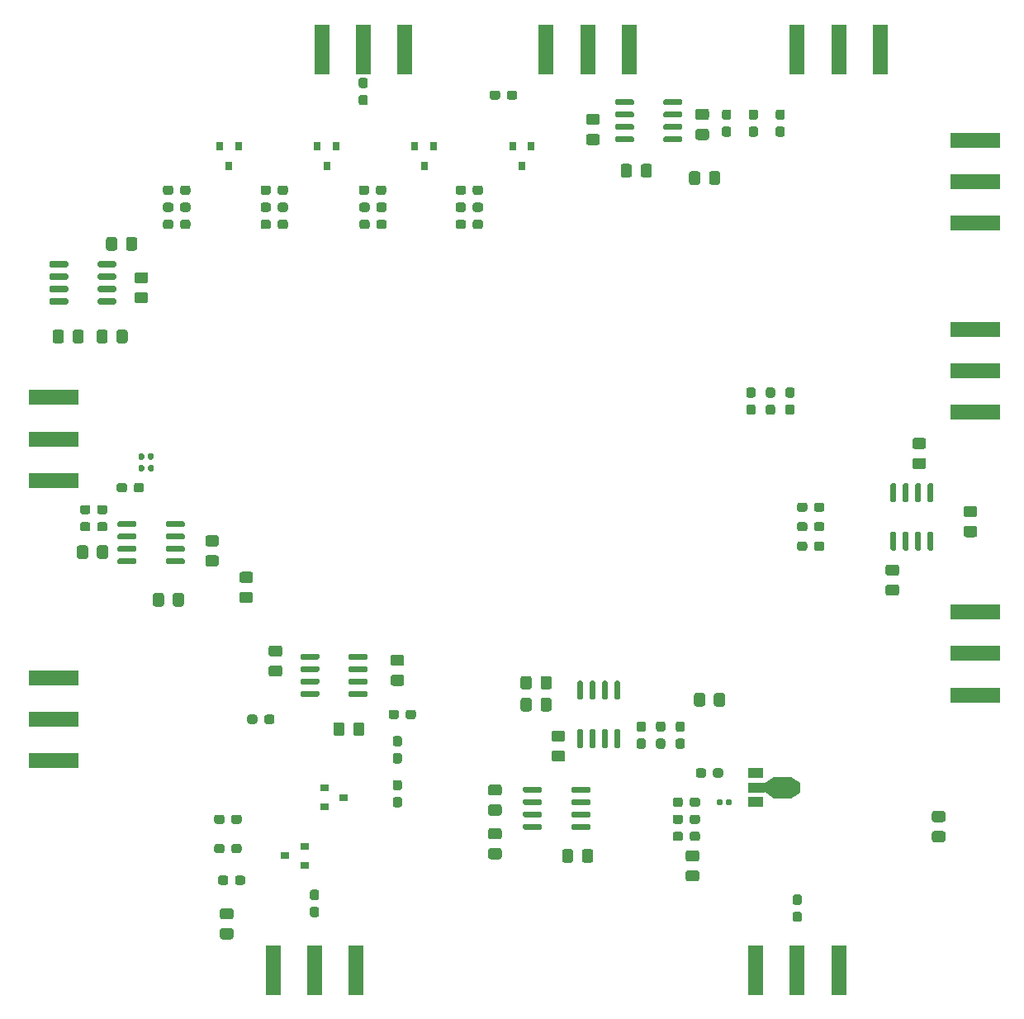
<source format=gbr>
G04 #@! TF.GenerationSoftware,KiCad,Pcbnew,5.1.6-c6e7f7d~86~ubuntu18.04.1*
G04 #@! TF.CreationDate,2020-05-28T18:44:08+01:00*
G04 #@! TF.ProjectId,multi-smtpa,6d756c74-692d-4736-9d74-70612e6b6963,rev?*
G04 #@! TF.SameCoordinates,Original*
G04 #@! TF.FileFunction,Paste,Top*
G04 #@! TF.FilePolarity,Positive*
%FSLAX46Y46*%
G04 Gerber Fmt 4.6, Leading zero omitted, Abs format (unit mm)*
G04 Created by KiCad (PCBNEW 5.1.6-c6e7f7d~86~ubuntu18.04.1) date 2020-05-28 18:44:08*
%MOMM*%
%LPD*%
G01*
G04 APERTURE LIST*
%ADD10R,5.080000X1.500000*%
%ADD11R,1.500000X5.080000*%
%ADD12R,0.800000X0.900000*%
%ADD13C,0.100000*%
%ADD14R,1.500000X1.000000*%
%ADD15R,1.800000X1.000000*%
%ADD16R,1.840000X2.200000*%
%ADD17R,0.900000X0.800000*%
G04 APERTURE END LIST*
D10*
X197250000Y-66350000D03*
X197250000Y-62100000D03*
X197250000Y-70600000D03*
G36*
G01*
X112425000Y-94722500D02*
X112425000Y-94377500D01*
G75*
G02*
X112572500Y-94230000I147500J0D01*
G01*
X112867500Y-94230000D01*
G75*
G02*
X113015000Y-94377500I0J-147500D01*
G01*
X113015000Y-94722500D01*
G75*
G02*
X112867500Y-94870000I-147500J0D01*
G01*
X112572500Y-94870000D01*
G75*
G02*
X112425000Y-94722500I0J147500D01*
G01*
G37*
G36*
G01*
X111455000Y-94722500D02*
X111455000Y-94377500D01*
G75*
G02*
X111602500Y-94230000I147500J0D01*
G01*
X111897500Y-94230000D01*
G75*
G02*
X112045000Y-94377500I0J-147500D01*
G01*
X112045000Y-94722500D01*
G75*
G02*
X111897500Y-94870000I-147500J0D01*
G01*
X111602500Y-94870000D01*
G75*
G02*
X111455000Y-94722500I0J147500D01*
G01*
G37*
G36*
G01*
X112425000Y-95922500D02*
X112425000Y-95577500D01*
G75*
G02*
X112572500Y-95430000I147500J0D01*
G01*
X112867500Y-95430000D01*
G75*
G02*
X113015000Y-95577500I0J-147500D01*
G01*
X113015000Y-95922500D01*
G75*
G02*
X112867500Y-96070000I-147500J0D01*
G01*
X112572500Y-96070000D01*
G75*
G02*
X112425000Y-95922500I0J147500D01*
G01*
G37*
G36*
G01*
X111455000Y-95922500D02*
X111455000Y-95577500D01*
G75*
G02*
X111602500Y-95430000I147500J0D01*
G01*
X111897500Y-95430000D01*
G75*
G02*
X112045000Y-95577500I0J-147500D01*
G01*
X112045000Y-95922500D01*
G75*
G02*
X111897500Y-96070000I-147500J0D01*
G01*
X111602500Y-96070000D01*
G75*
G02*
X111455000Y-95922500I0J147500D01*
G01*
G37*
G36*
G01*
X116775000Y-67012500D02*
X116775000Y-67487500D01*
G75*
G02*
X116537500Y-67725000I-237500J0D01*
G01*
X115962500Y-67725000D01*
G75*
G02*
X115725000Y-67487500I0J237500D01*
G01*
X115725000Y-67012500D01*
G75*
G02*
X115962500Y-66775000I237500J0D01*
G01*
X116537500Y-66775000D01*
G75*
G02*
X116775000Y-67012500I0J-237500D01*
G01*
G37*
G36*
G01*
X115025000Y-67012500D02*
X115025000Y-67487500D01*
G75*
G02*
X114787500Y-67725000I-237500J0D01*
G01*
X114212500Y-67725000D01*
G75*
G02*
X113975000Y-67487500I0J237500D01*
G01*
X113975000Y-67012500D01*
G75*
G02*
X114212500Y-66775000I237500J0D01*
G01*
X114787500Y-66775000D01*
G75*
G02*
X115025000Y-67012500I0J-237500D01*
G01*
G37*
G36*
G01*
X126775000Y-67012500D02*
X126775000Y-67487500D01*
G75*
G02*
X126537500Y-67725000I-237500J0D01*
G01*
X125962500Y-67725000D01*
G75*
G02*
X125725000Y-67487500I0J237500D01*
G01*
X125725000Y-67012500D01*
G75*
G02*
X125962500Y-66775000I237500J0D01*
G01*
X126537500Y-66775000D01*
G75*
G02*
X126775000Y-67012500I0J-237500D01*
G01*
G37*
G36*
G01*
X125025000Y-67012500D02*
X125025000Y-67487500D01*
G75*
G02*
X124787500Y-67725000I-237500J0D01*
G01*
X124212500Y-67725000D01*
G75*
G02*
X123975000Y-67487500I0J237500D01*
G01*
X123975000Y-67012500D01*
G75*
G02*
X124212500Y-66775000I237500J0D01*
G01*
X124787500Y-66775000D01*
G75*
G02*
X125025000Y-67012500I0J-237500D01*
G01*
G37*
G36*
G01*
X126775000Y-68762500D02*
X126775000Y-69237500D01*
G75*
G02*
X126537500Y-69475000I-237500J0D01*
G01*
X125962500Y-69475000D01*
G75*
G02*
X125725000Y-69237500I0J237500D01*
G01*
X125725000Y-68762500D01*
G75*
G02*
X125962500Y-68525000I237500J0D01*
G01*
X126537500Y-68525000D01*
G75*
G02*
X126775000Y-68762500I0J-237500D01*
G01*
G37*
G36*
G01*
X125025000Y-68762500D02*
X125025000Y-69237500D01*
G75*
G02*
X124787500Y-69475000I-237500J0D01*
G01*
X124212500Y-69475000D01*
G75*
G02*
X123975000Y-69237500I0J237500D01*
G01*
X123975000Y-68762500D01*
G75*
G02*
X124212500Y-68525000I237500J0D01*
G01*
X124787500Y-68525000D01*
G75*
G02*
X125025000Y-68762500I0J-237500D01*
G01*
G37*
G36*
G01*
X146775000Y-68762500D02*
X146775000Y-69237500D01*
G75*
G02*
X146537500Y-69475000I-237500J0D01*
G01*
X145962500Y-69475000D01*
G75*
G02*
X145725000Y-69237500I0J237500D01*
G01*
X145725000Y-68762500D01*
G75*
G02*
X145962500Y-68525000I237500J0D01*
G01*
X146537500Y-68525000D01*
G75*
G02*
X146775000Y-68762500I0J-237500D01*
G01*
G37*
G36*
G01*
X145025000Y-68762500D02*
X145025000Y-69237500D01*
G75*
G02*
X144787500Y-69475000I-237500J0D01*
G01*
X144212500Y-69475000D01*
G75*
G02*
X143975000Y-69237500I0J237500D01*
G01*
X143975000Y-68762500D01*
G75*
G02*
X144212500Y-68525000I237500J0D01*
G01*
X144787500Y-68525000D01*
G75*
G02*
X145025000Y-68762500I0J-237500D01*
G01*
G37*
G36*
G01*
X116775000Y-70512500D02*
X116775000Y-70987500D01*
G75*
G02*
X116537500Y-71225000I-237500J0D01*
G01*
X115962500Y-71225000D01*
G75*
G02*
X115725000Y-70987500I0J237500D01*
G01*
X115725000Y-70512500D01*
G75*
G02*
X115962500Y-70275000I237500J0D01*
G01*
X116537500Y-70275000D01*
G75*
G02*
X116775000Y-70512500I0J-237500D01*
G01*
G37*
G36*
G01*
X115025000Y-70512500D02*
X115025000Y-70987500D01*
G75*
G02*
X114787500Y-71225000I-237500J0D01*
G01*
X114212500Y-71225000D01*
G75*
G02*
X113975000Y-70987500I0J237500D01*
G01*
X113975000Y-70512500D01*
G75*
G02*
X114212500Y-70275000I237500J0D01*
G01*
X114787500Y-70275000D01*
G75*
G02*
X115025000Y-70512500I0J-237500D01*
G01*
G37*
G36*
G01*
X146775000Y-70512500D02*
X146775000Y-70987500D01*
G75*
G02*
X146537500Y-71225000I-237500J0D01*
G01*
X145962500Y-71225000D01*
G75*
G02*
X145725000Y-70987500I0J237500D01*
G01*
X145725000Y-70512500D01*
G75*
G02*
X145962500Y-70275000I237500J0D01*
G01*
X146537500Y-70275000D01*
G75*
G02*
X146775000Y-70512500I0J-237500D01*
G01*
G37*
G36*
G01*
X145025000Y-70512500D02*
X145025000Y-70987500D01*
G75*
G02*
X144787500Y-71225000I-237500J0D01*
G01*
X144212500Y-71225000D01*
G75*
G02*
X143975000Y-70987500I0J237500D01*
G01*
X143975000Y-70512500D01*
G75*
G02*
X144212500Y-70275000I237500J0D01*
G01*
X144787500Y-70275000D01*
G75*
G02*
X145025000Y-70512500I0J-237500D01*
G01*
G37*
G36*
G01*
X136850000Y-67012500D02*
X136850000Y-67487500D01*
G75*
G02*
X136612500Y-67725000I-237500J0D01*
G01*
X136037500Y-67725000D01*
G75*
G02*
X135800000Y-67487500I0J237500D01*
G01*
X135800000Y-67012500D01*
G75*
G02*
X136037500Y-66775000I237500J0D01*
G01*
X136612500Y-66775000D01*
G75*
G02*
X136850000Y-67012500I0J-237500D01*
G01*
G37*
G36*
G01*
X135100000Y-67012500D02*
X135100000Y-67487500D01*
G75*
G02*
X134862500Y-67725000I-237500J0D01*
G01*
X134287500Y-67725000D01*
G75*
G02*
X134050000Y-67487500I0J237500D01*
G01*
X134050000Y-67012500D01*
G75*
G02*
X134287500Y-66775000I237500J0D01*
G01*
X134862500Y-66775000D01*
G75*
G02*
X135100000Y-67012500I0J-237500D01*
G01*
G37*
G36*
G01*
X116775000Y-68762500D02*
X116775000Y-69237500D01*
G75*
G02*
X116537500Y-69475000I-237500J0D01*
G01*
X115962500Y-69475000D01*
G75*
G02*
X115725000Y-69237500I0J237500D01*
G01*
X115725000Y-68762500D01*
G75*
G02*
X115962500Y-68525000I237500J0D01*
G01*
X116537500Y-68525000D01*
G75*
G02*
X116775000Y-68762500I0J-237500D01*
G01*
G37*
G36*
G01*
X115025000Y-68762500D02*
X115025000Y-69237500D01*
G75*
G02*
X114787500Y-69475000I-237500J0D01*
G01*
X114212500Y-69475000D01*
G75*
G02*
X113975000Y-69237500I0J237500D01*
G01*
X113975000Y-68762500D01*
G75*
G02*
X114212500Y-68525000I237500J0D01*
G01*
X114787500Y-68525000D01*
G75*
G02*
X115025000Y-68762500I0J-237500D01*
G01*
G37*
G36*
G01*
X136900000Y-70512500D02*
X136900000Y-70987500D01*
G75*
G02*
X136662500Y-71225000I-237500J0D01*
G01*
X136087500Y-71225000D01*
G75*
G02*
X135850000Y-70987500I0J237500D01*
G01*
X135850000Y-70512500D01*
G75*
G02*
X136087500Y-70275000I237500J0D01*
G01*
X136662500Y-70275000D01*
G75*
G02*
X136900000Y-70512500I0J-237500D01*
G01*
G37*
G36*
G01*
X135150000Y-70512500D02*
X135150000Y-70987500D01*
G75*
G02*
X134912500Y-71225000I-237500J0D01*
G01*
X134337500Y-71225000D01*
G75*
G02*
X134100000Y-70987500I0J237500D01*
G01*
X134100000Y-70512500D01*
G75*
G02*
X134337500Y-70275000I237500J0D01*
G01*
X134912500Y-70275000D01*
G75*
G02*
X135150000Y-70512500I0J-237500D01*
G01*
G37*
G36*
G01*
X146775000Y-67012500D02*
X146775000Y-67487500D01*
G75*
G02*
X146537500Y-67725000I-237500J0D01*
G01*
X145962500Y-67725000D01*
G75*
G02*
X145725000Y-67487500I0J237500D01*
G01*
X145725000Y-67012500D01*
G75*
G02*
X145962500Y-66775000I237500J0D01*
G01*
X146537500Y-66775000D01*
G75*
G02*
X146775000Y-67012500I0J-237500D01*
G01*
G37*
G36*
G01*
X145025000Y-67012500D02*
X145025000Y-67487500D01*
G75*
G02*
X144787500Y-67725000I-237500J0D01*
G01*
X144212500Y-67725000D01*
G75*
G02*
X143975000Y-67487500I0J237500D01*
G01*
X143975000Y-67012500D01*
G75*
G02*
X144212500Y-66775000I237500J0D01*
G01*
X144787500Y-66775000D01*
G75*
G02*
X145025000Y-67012500I0J-237500D01*
G01*
G37*
G36*
G01*
X136900000Y-68762500D02*
X136900000Y-69237500D01*
G75*
G02*
X136662500Y-69475000I-237500J0D01*
G01*
X136087500Y-69475000D01*
G75*
G02*
X135850000Y-69237500I0J237500D01*
G01*
X135850000Y-68762500D01*
G75*
G02*
X136087500Y-68525000I237500J0D01*
G01*
X136662500Y-68525000D01*
G75*
G02*
X136900000Y-68762500I0J-237500D01*
G01*
G37*
G36*
G01*
X135150000Y-68762500D02*
X135150000Y-69237500D01*
G75*
G02*
X134912500Y-69475000I-237500J0D01*
G01*
X134337500Y-69475000D01*
G75*
G02*
X134100000Y-69237500I0J237500D01*
G01*
X134100000Y-68762500D01*
G75*
G02*
X134337500Y-68525000I237500J0D01*
G01*
X134912500Y-68525000D01*
G75*
G02*
X135150000Y-68762500I0J-237500D01*
G01*
G37*
G36*
G01*
X126775000Y-70512500D02*
X126775000Y-70987500D01*
G75*
G02*
X126537500Y-71225000I-237500J0D01*
G01*
X125962500Y-71225000D01*
G75*
G02*
X125725000Y-70987500I0J237500D01*
G01*
X125725000Y-70512500D01*
G75*
G02*
X125962500Y-70275000I237500J0D01*
G01*
X126537500Y-70275000D01*
G75*
G02*
X126775000Y-70512500I0J-237500D01*
G01*
G37*
G36*
G01*
X125025000Y-70512500D02*
X125025000Y-70987500D01*
G75*
G02*
X124787500Y-71225000I-237500J0D01*
G01*
X124212500Y-71225000D01*
G75*
G02*
X123975000Y-70987500I0J237500D01*
G01*
X123975000Y-70512500D01*
G75*
G02*
X124212500Y-70275000I237500J0D01*
G01*
X124787500Y-70275000D01*
G75*
G02*
X125025000Y-70512500I0J-237500D01*
G01*
G37*
G36*
G01*
X102300000Y-74995000D02*
X102300000Y-74695000D01*
G75*
G02*
X102450000Y-74545000I150000J0D01*
G01*
X104100000Y-74545000D01*
G75*
G02*
X104250000Y-74695000I0J-150000D01*
G01*
X104250000Y-74995000D01*
G75*
G02*
X104100000Y-75145000I-150000J0D01*
G01*
X102450000Y-75145000D01*
G75*
G02*
X102300000Y-74995000I0J150000D01*
G01*
G37*
G36*
G01*
X102300000Y-76265000D02*
X102300000Y-75965000D01*
G75*
G02*
X102450000Y-75815000I150000J0D01*
G01*
X104100000Y-75815000D01*
G75*
G02*
X104250000Y-75965000I0J-150000D01*
G01*
X104250000Y-76265000D01*
G75*
G02*
X104100000Y-76415000I-150000J0D01*
G01*
X102450000Y-76415000D01*
G75*
G02*
X102300000Y-76265000I0J150000D01*
G01*
G37*
G36*
G01*
X102300000Y-77535000D02*
X102300000Y-77235000D01*
G75*
G02*
X102450000Y-77085000I150000J0D01*
G01*
X104100000Y-77085000D01*
G75*
G02*
X104250000Y-77235000I0J-150000D01*
G01*
X104250000Y-77535000D01*
G75*
G02*
X104100000Y-77685000I-150000J0D01*
G01*
X102450000Y-77685000D01*
G75*
G02*
X102300000Y-77535000I0J150000D01*
G01*
G37*
G36*
G01*
X102300000Y-78805000D02*
X102300000Y-78505000D01*
G75*
G02*
X102450000Y-78355000I150000J0D01*
G01*
X104100000Y-78355000D01*
G75*
G02*
X104250000Y-78505000I0J-150000D01*
G01*
X104250000Y-78805000D01*
G75*
G02*
X104100000Y-78955000I-150000J0D01*
G01*
X102450000Y-78955000D01*
G75*
G02*
X102300000Y-78805000I0J150000D01*
G01*
G37*
G36*
G01*
X107250000Y-78805000D02*
X107250000Y-78505000D01*
G75*
G02*
X107400000Y-78355000I150000J0D01*
G01*
X109050000Y-78355000D01*
G75*
G02*
X109200000Y-78505000I0J-150000D01*
G01*
X109200000Y-78805000D01*
G75*
G02*
X109050000Y-78955000I-150000J0D01*
G01*
X107400000Y-78955000D01*
G75*
G02*
X107250000Y-78805000I0J150000D01*
G01*
G37*
G36*
G01*
X107250000Y-77535000D02*
X107250000Y-77235000D01*
G75*
G02*
X107400000Y-77085000I150000J0D01*
G01*
X109050000Y-77085000D01*
G75*
G02*
X109200000Y-77235000I0J-150000D01*
G01*
X109200000Y-77535000D01*
G75*
G02*
X109050000Y-77685000I-150000J0D01*
G01*
X107400000Y-77685000D01*
G75*
G02*
X107250000Y-77535000I0J150000D01*
G01*
G37*
G36*
G01*
X107250000Y-76265000D02*
X107250000Y-75965000D01*
G75*
G02*
X107400000Y-75815000I150000J0D01*
G01*
X109050000Y-75815000D01*
G75*
G02*
X109200000Y-75965000I0J-150000D01*
G01*
X109200000Y-76265000D01*
G75*
G02*
X109050000Y-76415000I-150000J0D01*
G01*
X107400000Y-76415000D01*
G75*
G02*
X107250000Y-76265000I0J150000D01*
G01*
G37*
G36*
G01*
X107250000Y-74995000D02*
X107250000Y-74695000D01*
G75*
G02*
X107400000Y-74545000I150000J0D01*
G01*
X109050000Y-74545000D01*
G75*
G02*
X109200000Y-74695000I0J-150000D01*
G01*
X109200000Y-74995000D01*
G75*
G02*
X109050000Y-75145000I-150000J0D01*
G01*
X107400000Y-75145000D01*
G75*
G02*
X107250000Y-74995000I0J150000D01*
G01*
G37*
G36*
G01*
X102650000Y-82700001D02*
X102650000Y-81799999D01*
G75*
G02*
X102899999Y-81550000I249999J0D01*
G01*
X103550001Y-81550000D01*
G75*
G02*
X103800000Y-81799999I0J-249999D01*
G01*
X103800000Y-82700001D01*
G75*
G02*
X103550001Y-82950000I-249999J0D01*
G01*
X102899999Y-82950000D01*
G75*
G02*
X102650000Y-82700001I0J249999D01*
G01*
G37*
G36*
G01*
X104700000Y-82700001D02*
X104700000Y-81799999D01*
G75*
G02*
X104949999Y-81550000I249999J0D01*
G01*
X105600001Y-81550000D01*
G75*
G02*
X105850000Y-81799999I0J-249999D01*
G01*
X105850000Y-82700001D01*
G75*
G02*
X105600001Y-82950000I-249999J0D01*
G01*
X104949999Y-82950000D01*
G75*
G02*
X104700000Y-82700001I0J249999D01*
G01*
G37*
G36*
G01*
X112200001Y-78850000D02*
X111299999Y-78850000D01*
G75*
G02*
X111050000Y-78600001I0J249999D01*
G01*
X111050000Y-77949999D01*
G75*
G02*
X111299999Y-77700000I249999J0D01*
G01*
X112200001Y-77700000D01*
G75*
G02*
X112450000Y-77949999I0J-249999D01*
G01*
X112450000Y-78600001D01*
G75*
G02*
X112200001Y-78850000I-249999J0D01*
G01*
G37*
G36*
G01*
X112200001Y-76800000D02*
X111299999Y-76800000D01*
G75*
G02*
X111050000Y-76550001I0J249999D01*
G01*
X111050000Y-75899999D01*
G75*
G02*
X111299999Y-75650000I249999J0D01*
G01*
X112200001Y-75650000D01*
G75*
G02*
X112450000Y-75899999I0J-249999D01*
G01*
X112450000Y-76550001D01*
G75*
G02*
X112200001Y-76800000I-249999J0D01*
G01*
G37*
G36*
G01*
X150275000Y-57262500D02*
X150275000Y-57737500D01*
G75*
G02*
X150037500Y-57975000I-237500J0D01*
G01*
X149462500Y-57975000D01*
G75*
G02*
X149225000Y-57737500I0J237500D01*
G01*
X149225000Y-57262500D01*
G75*
G02*
X149462500Y-57025000I237500J0D01*
G01*
X150037500Y-57025000D01*
G75*
G02*
X150275000Y-57262500I0J-237500D01*
G01*
G37*
G36*
G01*
X148525000Y-57262500D02*
X148525000Y-57737500D01*
G75*
G02*
X148287500Y-57975000I-237500J0D01*
G01*
X147712500Y-57975000D01*
G75*
G02*
X147475000Y-57737500I0J237500D01*
G01*
X147475000Y-57262500D01*
G75*
G02*
X147712500Y-57025000I237500J0D01*
G01*
X148287500Y-57025000D01*
G75*
G02*
X148525000Y-57262500I0J-237500D01*
G01*
G37*
D11*
X161750000Y-52800000D03*
X153250000Y-52800000D03*
X157500000Y-52800000D03*
X138750000Y-52800000D03*
X130250000Y-52800000D03*
X134500000Y-52800000D03*
D12*
X121700000Y-62750000D03*
X119800000Y-62750000D03*
X120750000Y-64750000D03*
X131700000Y-62750000D03*
X129800000Y-62750000D03*
X130750000Y-64750000D03*
X141700000Y-62750000D03*
X139800000Y-62750000D03*
X140750000Y-64750000D03*
X151700000Y-62750000D03*
X149800000Y-62750000D03*
X150750000Y-64750000D03*
G36*
G01*
X107150000Y-82700001D02*
X107150000Y-81799999D01*
G75*
G02*
X107399999Y-81550000I249999J0D01*
G01*
X108050001Y-81550000D01*
G75*
G02*
X108300000Y-81799999I0J-249999D01*
G01*
X108300000Y-82700001D01*
G75*
G02*
X108050001Y-82950000I-249999J0D01*
G01*
X107399999Y-82950000D01*
G75*
G02*
X107150000Y-82700001I0J249999D01*
G01*
G37*
G36*
G01*
X109200000Y-82700001D02*
X109200000Y-81799999D01*
G75*
G02*
X109449999Y-81550000I249999J0D01*
G01*
X110100001Y-81550000D01*
G75*
G02*
X110350000Y-81799999I0J-249999D01*
G01*
X110350000Y-82700001D01*
G75*
G02*
X110100001Y-82950000I-249999J0D01*
G01*
X109449999Y-82950000D01*
G75*
G02*
X109200000Y-82700001I0J249999D01*
G01*
G37*
G36*
G01*
X108125000Y-73200001D02*
X108125000Y-72299999D01*
G75*
G02*
X108374999Y-72050000I249999J0D01*
G01*
X109025001Y-72050000D01*
G75*
G02*
X109275000Y-72299999I0J-249999D01*
G01*
X109275000Y-73200001D01*
G75*
G02*
X109025001Y-73450000I-249999J0D01*
G01*
X108374999Y-73450000D01*
G75*
G02*
X108125000Y-73200001I0J249999D01*
G01*
G37*
G36*
G01*
X110175000Y-73200001D02*
X110175000Y-72299999D01*
G75*
G02*
X110424999Y-72050000I249999J0D01*
G01*
X111075001Y-72050000D01*
G75*
G02*
X111325000Y-72299999I0J-249999D01*
G01*
X111325000Y-73200001D01*
G75*
G02*
X111075001Y-73450000I-249999J0D01*
G01*
X110424999Y-73450000D01*
G75*
G02*
X110175000Y-73200001I0J249999D01*
G01*
G37*
G36*
G01*
X134262500Y-55725000D02*
X134737500Y-55725000D01*
G75*
G02*
X134975000Y-55962500I0J-237500D01*
G01*
X134975000Y-56537500D01*
G75*
G02*
X134737500Y-56775000I-237500J0D01*
G01*
X134262500Y-56775000D01*
G75*
G02*
X134025000Y-56537500I0J237500D01*
G01*
X134025000Y-55962500D01*
G75*
G02*
X134262500Y-55725000I237500J0D01*
G01*
G37*
G36*
G01*
X134262500Y-57475000D02*
X134737500Y-57475000D01*
G75*
G02*
X134975000Y-57712500I0J-237500D01*
G01*
X134975000Y-58287500D01*
G75*
G02*
X134737500Y-58525000I-237500J0D01*
G01*
X134262500Y-58525000D01*
G75*
G02*
X134025000Y-58287500I0J237500D01*
G01*
X134025000Y-57712500D01*
G75*
G02*
X134262500Y-57475000I237500J0D01*
G01*
G37*
G36*
G01*
X178975000Y-103987500D02*
X178975000Y-103512500D01*
G75*
G02*
X179212500Y-103275000I237500J0D01*
G01*
X179787500Y-103275000D01*
G75*
G02*
X180025000Y-103512500I0J-237500D01*
G01*
X180025000Y-103987500D01*
G75*
G02*
X179787500Y-104225000I-237500J0D01*
G01*
X179212500Y-104225000D01*
G75*
G02*
X178975000Y-103987500I0J237500D01*
G01*
G37*
G36*
G01*
X180725000Y-103987500D02*
X180725000Y-103512500D01*
G75*
G02*
X180962500Y-103275000I237500J0D01*
G01*
X181537500Y-103275000D01*
G75*
G02*
X181775000Y-103512500I0J-237500D01*
G01*
X181775000Y-103987500D01*
G75*
G02*
X181537500Y-104225000I-237500J0D01*
G01*
X180962500Y-104225000D01*
G75*
G02*
X180725000Y-103987500I0J237500D01*
G01*
G37*
G36*
G01*
X178975000Y-101987500D02*
X178975000Y-101512500D01*
G75*
G02*
X179212500Y-101275000I237500J0D01*
G01*
X179787500Y-101275000D01*
G75*
G02*
X180025000Y-101512500I0J-237500D01*
G01*
X180025000Y-101987500D01*
G75*
G02*
X179787500Y-102225000I-237500J0D01*
G01*
X179212500Y-102225000D01*
G75*
G02*
X178975000Y-101987500I0J237500D01*
G01*
G37*
G36*
G01*
X180725000Y-101987500D02*
X180725000Y-101512500D01*
G75*
G02*
X180962500Y-101275000I237500J0D01*
G01*
X181537500Y-101275000D01*
G75*
G02*
X181775000Y-101512500I0J-237500D01*
G01*
X181775000Y-101987500D01*
G75*
G02*
X181537500Y-102225000I-237500J0D01*
G01*
X180962500Y-102225000D01*
G75*
G02*
X180725000Y-101987500I0J237500D01*
G01*
G37*
G36*
G01*
X178975000Y-99987500D02*
X178975000Y-99512500D01*
G75*
G02*
X179212500Y-99275000I237500J0D01*
G01*
X179787500Y-99275000D01*
G75*
G02*
X180025000Y-99512500I0J-237500D01*
G01*
X180025000Y-99987500D01*
G75*
G02*
X179787500Y-100225000I-237500J0D01*
G01*
X179212500Y-100225000D01*
G75*
G02*
X178975000Y-99987500I0J237500D01*
G01*
G37*
G36*
G01*
X180725000Y-99987500D02*
X180725000Y-99512500D01*
G75*
G02*
X180962500Y-99275000I237500J0D01*
G01*
X181537500Y-99275000D01*
G75*
G02*
X181775000Y-99512500I0J-237500D01*
G01*
X181775000Y-99987500D01*
G75*
G02*
X181537500Y-100225000I-237500J0D01*
G01*
X180962500Y-100225000D01*
G75*
G02*
X180725000Y-99987500I0J237500D01*
G01*
G37*
G36*
G01*
X178487500Y-90275000D02*
X178012500Y-90275000D01*
G75*
G02*
X177775000Y-90037500I0J237500D01*
G01*
X177775000Y-89462500D01*
G75*
G02*
X178012500Y-89225000I237500J0D01*
G01*
X178487500Y-89225000D01*
G75*
G02*
X178725000Y-89462500I0J-237500D01*
G01*
X178725000Y-90037500D01*
G75*
G02*
X178487500Y-90275000I-237500J0D01*
G01*
G37*
G36*
G01*
X178487500Y-88525000D02*
X178012500Y-88525000D01*
G75*
G02*
X177775000Y-88287500I0J237500D01*
G01*
X177775000Y-87712500D01*
G75*
G02*
X178012500Y-87475000I237500J0D01*
G01*
X178487500Y-87475000D01*
G75*
G02*
X178725000Y-87712500I0J-237500D01*
G01*
X178725000Y-88287500D01*
G75*
G02*
X178487500Y-88525000I-237500J0D01*
G01*
G37*
G36*
G01*
X176487500Y-90275000D02*
X176012500Y-90275000D01*
G75*
G02*
X175775000Y-90037500I0J237500D01*
G01*
X175775000Y-89462500D01*
G75*
G02*
X176012500Y-89225000I237500J0D01*
G01*
X176487500Y-89225000D01*
G75*
G02*
X176725000Y-89462500I0J-237500D01*
G01*
X176725000Y-90037500D01*
G75*
G02*
X176487500Y-90275000I-237500J0D01*
G01*
G37*
G36*
G01*
X176487500Y-88525000D02*
X176012500Y-88525000D01*
G75*
G02*
X175775000Y-88287500I0J237500D01*
G01*
X175775000Y-87712500D01*
G75*
G02*
X176012500Y-87475000I237500J0D01*
G01*
X176487500Y-87475000D01*
G75*
G02*
X176725000Y-87712500I0J-237500D01*
G01*
X176725000Y-88287500D01*
G75*
G02*
X176487500Y-88525000I-237500J0D01*
G01*
G37*
G36*
G01*
X174487500Y-90275000D02*
X174012500Y-90275000D01*
G75*
G02*
X173775000Y-90037500I0J237500D01*
G01*
X173775000Y-89462500D01*
G75*
G02*
X174012500Y-89225000I237500J0D01*
G01*
X174487500Y-89225000D01*
G75*
G02*
X174725000Y-89462500I0J-237500D01*
G01*
X174725000Y-90037500D01*
G75*
G02*
X174487500Y-90275000I-237500J0D01*
G01*
G37*
G36*
G01*
X174487500Y-88525000D02*
X174012500Y-88525000D01*
G75*
G02*
X173775000Y-88287500I0J237500D01*
G01*
X173775000Y-87712500D01*
G75*
G02*
X174012500Y-87475000I237500J0D01*
G01*
X174487500Y-87475000D01*
G75*
G02*
X174725000Y-87712500I0J-237500D01*
G01*
X174725000Y-88287500D01*
G75*
G02*
X174487500Y-88525000I-237500J0D01*
G01*
G37*
G36*
G01*
X188995000Y-104200000D02*
X188695000Y-104200000D01*
G75*
G02*
X188545000Y-104050000I0J150000D01*
G01*
X188545000Y-102400000D01*
G75*
G02*
X188695000Y-102250000I150000J0D01*
G01*
X188995000Y-102250000D01*
G75*
G02*
X189145000Y-102400000I0J-150000D01*
G01*
X189145000Y-104050000D01*
G75*
G02*
X188995000Y-104200000I-150000J0D01*
G01*
G37*
G36*
G01*
X190265000Y-104200000D02*
X189965000Y-104200000D01*
G75*
G02*
X189815000Y-104050000I0J150000D01*
G01*
X189815000Y-102400000D01*
G75*
G02*
X189965000Y-102250000I150000J0D01*
G01*
X190265000Y-102250000D01*
G75*
G02*
X190415000Y-102400000I0J-150000D01*
G01*
X190415000Y-104050000D01*
G75*
G02*
X190265000Y-104200000I-150000J0D01*
G01*
G37*
G36*
G01*
X191535000Y-104200000D02*
X191235000Y-104200000D01*
G75*
G02*
X191085000Y-104050000I0J150000D01*
G01*
X191085000Y-102400000D01*
G75*
G02*
X191235000Y-102250000I150000J0D01*
G01*
X191535000Y-102250000D01*
G75*
G02*
X191685000Y-102400000I0J-150000D01*
G01*
X191685000Y-104050000D01*
G75*
G02*
X191535000Y-104200000I-150000J0D01*
G01*
G37*
G36*
G01*
X192805000Y-104200000D02*
X192505000Y-104200000D01*
G75*
G02*
X192355000Y-104050000I0J150000D01*
G01*
X192355000Y-102400000D01*
G75*
G02*
X192505000Y-102250000I150000J0D01*
G01*
X192805000Y-102250000D01*
G75*
G02*
X192955000Y-102400000I0J-150000D01*
G01*
X192955000Y-104050000D01*
G75*
G02*
X192805000Y-104200000I-150000J0D01*
G01*
G37*
G36*
G01*
X192805000Y-99250000D02*
X192505000Y-99250000D01*
G75*
G02*
X192355000Y-99100000I0J150000D01*
G01*
X192355000Y-97450000D01*
G75*
G02*
X192505000Y-97300000I150000J0D01*
G01*
X192805000Y-97300000D01*
G75*
G02*
X192955000Y-97450000I0J-150000D01*
G01*
X192955000Y-99100000D01*
G75*
G02*
X192805000Y-99250000I-150000J0D01*
G01*
G37*
G36*
G01*
X191535000Y-99250000D02*
X191235000Y-99250000D01*
G75*
G02*
X191085000Y-99100000I0J150000D01*
G01*
X191085000Y-97450000D01*
G75*
G02*
X191235000Y-97300000I150000J0D01*
G01*
X191535000Y-97300000D01*
G75*
G02*
X191685000Y-97450000I0J-150000D01*
G01*
X191685000Y-99100000D01*
G75*
G02*
X191535000Y-99250000I-150000J0D01*
G01*
G37*
G36*
G01*
X190265000Y-99250000D02*
X189965000Y-99250000D01*
G75*
G02*
X189815000Y-99100000I0J150000D01*
G01*
X189815000Y-97450000D01*
G75*
G02*
X189965000Y-97300000I150000J0D01*
G01*
X190265000Y-97300000D01*
G75*
G02*
X190415000Y-97450000I0J-150000D01*
G01*
X190415000Y-99100000D01*
G75*
G02*
X190265000Y-99250000I-150000J0D01*
G01*
G37*
G36*
G01*
X188995000Y-99250000D02*
X188695000Y-99250000D01*
G75*
G02*
X188545000Y-99100000I0J150000D01*
G01*
X188545000Y-97450000D01*
G75*
G02*
X188695000Y-97300000I150000J0D01*
G01*
X188995000Y-97300000D01*
G75*
G02*
X189145000Y-97450000I0J-150000D01*
G01*
X189145000Y-99100000D01*
G75*
G02*
X188995000Y-99250000I-150000J0D01*
G01*
G37*
G36*
G01*
X197200001Y-102825000D02*
X196299999Y-102825000D01*
G75*
G02*
X196050000Y-102575001I0J249999D01*
G01*
X196050000Y-101924999D01*
G75*
G02*
X196299999Y-101675000I249999J0D01*
G01*
X197200001Y-101675000D01*
G75*
G02*
X197450000Y-101924999I0J-249999D01*
G01*
X197450000Y-102575001D01*
G75*
G02*
X197200001Y-102825000I-249999J0D01*
G01*
G37*
G36*
G01*
X197200001Y-100775000D02*
X196299999Y-100775000D01*
G75*
G02*
X196050000Y-100525001I0J249999D01*
G01*
X196050000Y-99874999D01*
G75*
G02*
X196299999Y-99625000I249999J0D01*
G01*
X197200001Y-99625000D01*
G75*
G02*
X197450000Y-99874999I0J-249999D01*
G01*
X197450000Y-100525001D01*
G75*
G02*
X197200001Y-100775000I-249999J0D01*
G01*
G37*
G36*
G01*
X193950001Y-134100000D02*
X193049999Y-134100000D01*
G75*
G02*
X192800000Y-133850001I0J249999D01*
G01*
X192800000Y-133199999D01*
G75*
G02*
X193049999Y-132950000I249999J0D01*
G01*
X193950001Y-132950000D01*
G75*
G02*
X194200000Y-133199999I0J-249999D01*
G01*
X194200000Y-133850001D01*
G75*
G02*
X193950001Y-134100000I-249999J0D01*
G01*
G37*
G36*
G01*
X193950001Y-132050000D02*
X193049999Y-132050000D01*
G75*
G02*
X192800000Y-131800001I0J249999D01*
G01*
X192800000Y-131149999D01*
G75*
G02*
X193049999Y-130900000I249999J0D01*
G01*
X193950001Y-130900000D01*
G75*
G02*
X194200000Y-131149999I0J-249999D01*
G01*
X194200000Y-131800001D01*
G75*
G02*
X193950001Y-132050000I-249999J0D01*
G01*
G37*
D10*
X197250000Y-119000000D03*
X197250000Y-110500000D03*
X197250000Y-114750000D03*
X197250000Y-90000000D03*
X197250000Y-81500000D03*
X197250000Y-85750000D03*
G36*
G01*
X191950001Y-95850000D02*
X191049999Y-95850000D01*
G75*
G02*
X190800000Y-95600001I0J249999D01*
G01*
X190800000Y-94949999D01*
G75*
G02*
X191049999Y-94700000I249999J0D01*
G01*
X191950001Y-94700000D01*
G75*
G02*
X192200000Y-94949999I0J-249999D01*
G01*
X192200000Y-95600001D01*
G75*
G02*
X191950001Y-95850000I-249999J0D01*
G01*
G37*
G36*
G01*
X191950001Y-93800000D02*
X191049999Y-93800000D01*
G75*
G02*
X190800000Y-93550001I0J249999D01*
G01*
X190800000Y-92899999D01*
G75*
G02*
X191049999Y-92650000I249999J0D01*
G01*
X191950001Y-92650000D01*
G75*
G02*
X192200000Y-92899999I0J-249999D01*
G01*
X192200000Y-93550001D01*
G75*
G02*
X191950001Y-93800000I-249999J0D01*
G01*
G37*
G36*
G01*
X188299999Y-105625000D02*
X189200001Y-105625000D01*
G75*
G02*
X189450000Y-105874999I0J-249999D01*
G01*
X189450000Y-106525001D01*
G75*
G02*
X189200001Y-106775000I-249999J0D01*
G01*
X188299999Y-106775000D01*
G75*
G02*
X188050000Y-106525001I0J249999D01*
G01*
X188050000Y-105874999D01*
G75*
G02*
X188299999Y-105625000I249999J0D01*
G01*
G37*
G36*
G01*
X188299999Y-107675000D02*
X189200001Y-107675000D01*
G75*
G02*
X189450000Y-107924999I0J-249999D01*
G01*
X189450000Y-108575001D01*
G75*
G02*
X189200001Y-108825000I-249999J0D01*
G01*
X188299999Y-108825000D01*
G75*
G02*
X188050000Y-108575001I0J249999D01*
G01*
X188050000Y-107924999D01*
G75*
G02*
X188299999Y-107675000I249999J0D01*
G01*
G37*
G36*
G01*
X157775000Y-132390000D02*
X157775000Y-132690000D01*
G75*
G02*
X157625000Y-132840000I-150000J0D01*
G01*
X155975000Y-132840000D01*
G75*
G02*
X155825000Y-132690000I0J150000D01*
G01*
X155825000Y-132390000D01*
G75*
G02*
X155975000Y-132240000I150000J0D01*
G01*
X157625000Y-132240000D01*
G75*
G02*
X157775000Y-132390000I0J-150000D01*
G01*
G37*
G36*
G01*
X157775000Y-131120000D02*
X157775000Y-131420000D01*
G75*
G02*
X157625000Y-131570000I-150000J0D01*
G01*
X155975000Y-131570000D01*
G75*
G02*
X155825000Y-131420000I0J150000D01*
G01*
X155825000Y-131120000D01*
G75*
G02*
X155975000Y-130970000I150000J0D01*
G01*
X157625000Y-130970000D01*
G75*
G02*
X157775000Y-131120000I0J-150000D01*
G01*
G37*
G36*
G01*
X157775000Y-129850000D02*
X157775000Y-130150000D01*
G75*
G02*
X157625000Y-130300000I-150000J0D01*
G01*
X155975000Y-130300000D01*
G75*
G02*
X155825000Y-130150000I0J150000D01*
G01*
X155825000Y-129850000D01*
G75*
G02*
X155975000Y-129700000I150000J0D01*
G01*
X157625000Y-129700000D01*
G75*
G02*
X157775000Y-129850000I0J-150000D01*
G01*
G37*
G36*
G01*
X157775000Y-128580000D02*
X157775000Y-128880000D01*
G75*
G02*
X157625000Y-129030000I-150000J0D01*
G01*
X155975000Y-129030000D01*
G75*
G02*
X155825000Y-128880000I0J150000D01*
G01*
X155825000Y-128580000D01*
G75*
G02*
X155975000Y-128430000I150000J0D01*
G01*
X157625000Y-128430000D01*
G75*
G02*
X157775000Y-128580000I0J-150000D01*
G01*
G37*
G36*
G01*
X152825000Y-128580000D02*
X152825000Y-128880000D01*
G75*
G02*
X152675000Y-129030000I-150000J0D01*
G01*
X151025000Y-129030000D01*
G75*
G02*
X150875000Y-128880000I0J150000D01*
G01*
X150875000Y-128580000D01*
G75*
G02*
X151025000Y-128430000I150000J0D01*
G01*
X152675000Y-128430000D01*
G75*
G02*
X152825000Y-128580000I0J-150000D01*
G01*
G37*
G36*
G01*
X152825000Y-129850000D02*
X152825000Y-130150000D01*
G75*
G02*
X152675000Y-130300000I-150000J0D01*
G01*
X151025000Y-130300000D01*
G75*
G02*
X150875000Y-130150000I0J150000D01*
G01*
X150875000Y-129850000D01*
G75*
G02*
X151025000Y-129700000I150000J0D01*
G01*
X152675000Y-129700000D01*
G75*
G02*
X152825000Y-129850000I0J-150000D01*
G01*
G37*
G36*
G01*
X152825000Y-131120000D02*
X152825000Y-131420000D01*
G75*
G02*
X152675000Y-131570000I-150000J0D01*
G01*
X151025000Y-131570000D01*
G75*
G02*
X150875000Y-131420000I0J150000D01*
G01*
X150875000Y-131120000D01*
G75*
G02*
X151025000Y-130970000I150000J0D01*
G01*
X152675000Y-130970000D01*
G75*
G02*
X152825000Y-131120000I0J-150000D01*
G01*
G37*
G36*
G01*
X152825000Y-132390000D02*
X152825000Y-132690000D01*
G75*
G02*
X152675000Y-132840000I-150000J0D01*
G01*
X151025000Y-132840000D01*
G75*
G02*
X150875000Y-132690000I0J150000D01*
G01*
X150875000Y-132390000D01*
G75*
G02*
X151025000Y-132240000I150000J0D01*
G01*
X152675000Y-132240000D01*
G75*
G02*
X152825000Y-132390000I0J-150000D01*
G01*
G37*
D13*
G36*
X178408500Y-127400000D02*
G01*
X179258500Y-128000000D01*
X179258500Y-129000000D01*
X178408500Y-129600000D01*
X178408500Y-127400000D01*
G37*
D14*
X174686500Y-127000000D03*
D15*
X174833000Y-128500000D03*
D14*
X174686500Y-130000000D03*
D16*
X177500000Y-128500000D03*
D13*
G36*
X176590300Y-129600000D02*
G01*
X175590300Y-128900000D01*
X175590300Y-128100000D01*
X176590300Y-127400000D01*
X176590300Y-129600000D01*
G37*
G36*
G01*
X160325000Y-58380000D02*
X160325000Y-58080000D01*
G75*
G02*
X160475000Y-57930000I150000J0D01*
G01*
X162125000Y-57930000D01*
G75*
G02*
X162275000Y-58080000I0J-150000D01*
G01*
X162275000Y-58380000D01*
G75*
G02*
X162125000Y-58530000I-150000J0D01*
G01*
X160475000Y-58530000D01*
G75*
G02*
X160325000Y-58380000I0J150000D01*
G01*
G37*
G36*
G01*
X160325000Y-59650000D02*
X160325000Y-59350000D01*
G75*
G02*
X160475000Y-59200000I150000J0D01*
G01*
X162125000Y-59200000D01*
G75*
G02*
X162275000Y-59350000I0J-150000D01*
G01*
X162275000Y-59650000D01*
G75*
G02*
X162125000Y-59800000I-150000J0D01*
G01*
X160475000Y-59800000D01*
G75*
G02*
X160325000Y-59650000I0J150000D01*
G01*
G37*
G36*
G01*
X160325000Y-60920000D02*
X160325000Y-60620000D01*
G75*
G02*
X160475000Y-60470000I150000J0D01*
G01*
X162125000Y-60470000D01*
G75*
G02*
X162275000Y-60620000I0J-150000D01*
G01*
X162275000Y-60920000D01*
G75*
G02*
X162125000Y-61070000I-150000J0D01*
G01*
X160475000Y-61070000D01*
G75*
G02*
X160325000Y-60920000I0J150000D01*
G01*
G37*
G36*
G01*
X160325000Y-62190000D02*
X160325000Y-61890000D01*
G75*
G02*
X160475000Y-61740000I150000J0D01*
G01*
X162125000Y-61740000D01*
G75*
G02*
X162275000Y-61890000I0J-150000D01*
G01*
X162275000Y-62190000D01*
G75*
G02*
X162125000Y-62340000I-150000J0D01*
G01*
X160475000Y-62340000D01*
G75*
G02*
X160325000Y-62190000I0J150000D01*
G01*
G37*
G36*
G01*
X165275000Y-62190000D02*
X165275000Y-61890000D01*
G75*
G02*
X165425000Y-61740000I150000J0D01*
G01*
X167075000Y-61740000D01*
G75*
G02*
X167225000Y-61890000I0J-150000D01*
G01*
X167225000Y-62190000D01*
G75*
G02*
X167075000Y-62340000I-150000J0D01*
G01*
X165425000Y-62340000D01*
G75*
G02*
X165275000Y-62190000I0J150000D01*
G01*
G37*
G36*
G01*
X165275000Y-60920000D02*
X165275000Y-60620000D01*
G75*
G02*
X165425000Y-60470000I150000J0D01*
G01*
X167075000Y-60470000D01*
G75*
G02*
X167225000Y-60620000I0J-150000D01*
G01*
X167225000Y-60920000D01*
G75*
G02*
X167075000Y-61070000I-150000J0D01*
G01*
X165425000Y-61070000D01*
G75*
G02*
X165275000Y-60920000I0J150000D01*
G01*
G37*
G36*
G01*
X165275000Y-59650000D02*
X165275000Y-59350000D01*
G75*
G02*
X165425000Y-59200000I150000J0D01*
G01*
X167075000Y-59200000D01*
G75*
G02*
X167225000Y-59350000I0J-150000D01*
G01*
X167225000Y-59650000D01*
G75*
G02*
X167075000Y-59800000I-150000J0D01*
G01*
X165425000Y-59800000D01*
G75*
G02*
X165275000Y-59650000I0J150000D01*
G01*
G37*
G36*
G01*
X165275000Y-58380000D02*
X165275000Y-58080000D01*
G75*
G02*
X165425000Y-57930000I150000J0D01*
G01*
X167075000Y-57930000D01*
G75*
G02*
X167225000Y-58080000I0J-150000D01*
G01*
X167225000Y-58380000D01*
G75*
G02*
X167075000Y-58530000I-150000J0D01*
G01*
X165425000Y-58530000D01*
G75*
G02*
X165275000Y-58380000I0J150000D01*
G01*
G37*
G36*
G01*
X156900000Y-124450000D02*
X156600000Y-124450000D01*
G75*
G02*
X156450000Y-124300000I0J150000D01*
G01*
X156450000Y-122650000D01*
G75*
G02*
X156600000Y-122500000I150000J0D01*
G01*
X156900000Y-122500000D01*
G75*
G02*
X157050000Y-122650000I0J-150000D01*
G01*
X157050000Y-124300000D01*
G75*
G02*
X156900000Y-124450000I-150000J0D01*
G01*
G37*
G36*
G01*
X158170000Y-124450000D02*
X157870000Y-124450000D01*
G75*
G02*
X157720000Y-124300000I0J150000D01*
G01*
X157720000Y-122650000D01*
G75*
G02*
X157870000Y-122500000I150000J0D01*
G01*
X158170000Y-122500000D01*
G75*
G02*
X158320000Y-122650000I0J-150000D01*
G01*
X158320000Y-124300000D01*
G75*
G02*
X158170000Y-124450000I-150000J0D01*
G01*
G37*
G36*
G01*
X159440000Y-124450000D02*
X159140000Y-124450000D01*
G75*
G02*
X158990000Y-124300000I0J150000D01*
G01*
X158990000Y-122650000D01*
G75*
G02*
X159140000Y-122500000I150000J0D01*
G01*
X159440000Y-122500000D01*
G75*
G02*
X159590000Y-122650000I0J-150000D01*
G01*
X159590000Y-124300000D01*
G75*
G02*
X159440000Y-124450000I-150000J0D01*
G01*
G37*
G36*
G01*
X160710000Y-124450000D02*
X160410000Y-124450000D01*
G75*
G02*
X160260000Y-124300000I0J150000D01*
G01*
X160260000Y-122650000D01*
G75*
G02*
X160410000Y-122500000I150000J0D01*
G01*
X160710000Y-122500000D01*
G75*
G02*
X160860000Y-122650000I0J-150000D01*
G01*
X160860000Y-124300000D01*
G75*
G02*
X160710000Y-124450000I-150000J0D01*
G01*
G37*
G36*
G01*
X160710000Y-119500000D02*
X160410000Y-119500000D01*
G75*
G02*
X160260000Y-119350000I0J150000D01*
G01*
X160260000Y-117700000D01*
G75*
G02*
X160410000Y-117550000I150000J0D01*
G01*
X160710000Y-117550000D01*
G75*
G02*
X160860000Y-117700000I0J-150000D01*
G01*
X160860000Y-119350000D01*
G75*
G02*
X160710000Y-119500000I-150000J0D01*
G01*
G37*
G36*
G01*
X159440000Y-119500000D02*
X159140000Y-119500000D01*
G75*
G02*
X158990000Y-119350000I0J150000D01*
G01*
X158990000Y-117700000D01*
G75*
G02*
X159140000Y-117550000I150000J0D01*
G01*
X159440000Y-117550000D01*
G75*
G02*
X159590000Y-117700000I0J-150000D01*
G01*
X159590000Y-119350000D01*
G75*
G02*
X159440000Y-119500000I-150000J0D01*
G01*
G37*
G36*
G01*
X158170000Y-119500000D02*
X157870000Y-119500000D01*
G75*
G02*
X157720000Y-119350000I0J150000D01*
G01*
X157720000Y-117700000D01*
G75*
G02*
X157870000Y-117550000I150000J0D01*
G01*
X158170000Y-117550000D01*
G75*
G02*
X158320000Y-117700000I0J-150000D01*
G01*
X158320000Y-119350000D01*
G75*
G02*
X158170000Y-119500000I-150000J0D01*
G01*
G37*
G36*
G01*
X156900000Y-119500000D02*
X156600000Y-119500000D01*
G75*
G02*
X156450000Y-119350000I0J150000D01*
G01*
X156450000Y-117700000D01*
G75*
G02*
X156600000Y-117550000I150000J0D01*
G01*
X156900000Y-117550000D01*
G75*
G02*
X157050000Y-117700000I0J-150000D01*
G01*
X157050000Y-119350000D01*
G75*
G02*
X156900000Y-119500000I-150000J0D01*
G01*
G37*
G36*
G01*
X128050000Y-115245000D02*
X128050000Y-114945000D01*
G75*
G02*
X128200000Y-114795000I150000J0D01*
G01*
X129850000Y-114795000D01*
G75*
G02*
X130000000Y-114945000I0J-150000D01*
G01*
X130000000Y-115245000D01*
G75*
G02*
X129850000Y-115395000I-150000J0D01*
G01*
X128200000Y-115395000D01*
G75*
G02*
X128050000Y-115245000I0J150000D01*
G01*
G37*
G36*
G01*
X128050000Y-116515000D02*
X128050000Y-116215000D01*
G75*
G02*
X128200000Y-116065000I150000J0D01*
G01*
X129850000Y-116065000D01*
G75*
G02*
X130000000Y-116215000I0J-150000D01*
G01*
X130000000Y-116515000D01*
G75*
G02*
X129850000Y-116665000I-150000J0D01*
G01*
X128200000Y-116665000D01*
G75*
G02*
X128050000Y-116515000I0J150000D01*
G01*
G37*
G36*
G01*
X128050000Y-117785000D02*
X128050000Y-117485000D01*
G75*
G02*
X128200000Y-117335000I150000J0D01*
G01*
X129850000Y-117335000D01*
G75*
G02*
X130000000Y-117485000I0J-150000D01*
G01*
X130000000Y-117785000D01*
G75*
G02*
X129850000Y-117935000I-150000J0D01*
G01*
X128200000Y-117935000D01*
G75*
G02*
X128050000Y-117785000I0J150000D01*
G01*
G37*
G36*
G01*
X128050000Y-119055000D02*
X128050000Y-118755000D01*
G75*
G02*
X128200000Y-118605000I150000J0D01*
G01*
X129850000Y-118605000D01*
G75*
G02*
X130000000Y-118755000I0J-150000D01*
G01*
X130000000Y-119055000D01*
G75*
G02*
X129850000Y-119205000I-150000J0D01*
G01*
X128200000Y-119205000D01*
G75*
G02*
X128050000Y-119055000I0J150000D01*
G01*
G37*
G36*
G01*
X133000000Y-119055000D02*
X133000000Y-118755000D01*
G75*
G02*
X133150000Y-118605000I150000J0D01*
G01*
X134800000Y-118605000D01*
G75*
G02*
X134950000Y-118755000I0J-150000D01*
G01*
X134950000Y-119055000D01*
G75*
G02*
X134800000Y-119205000I-150000J0D01*
G01*
X133150000Y-119205000D01*
G75*
G02*
X133000000Y-119055000I0J150000D01*
G01*
G37*
G36*
G01*
X133000000Y-117785000D02*
X133000000Y-117485000D01*
G75*
G02*
X133150000Y-117335000I150000J0D01*
G01*
X134800000Y-117335000D01*
G75*
G02*
X134950000Y-117485000I0J-150000D01*
G01*
X134950000Y-117785000D01*
G75*
G02*
X134800000Y-117935000I-150000J0D01*
G01*
X133150000Y-117935000D01*
G75*
G02*
X133000000Y-117785000I0J150000D01*
G01*
G37*
G36*
G01*
X133000000Y-116515000D02*
X133000000Y-116215000D01*
G75*
G02*
X133150000Y-116065000I150000J0D01*
G01*
X134800000Y-116065000D01*
G75*
G02*
X134950000Y-116215000I0J-150000D01*
G01*
X134950000Y-116515000D01*
G75*
G02*
X134800000Y-116665000I-150000J0D01*
G01*
X133150000Y-116665000D01*
G75*
G02*
X133000000Y-116515000I0J150000D01*
G01*
G37*
G36*
G01*
X133000000Y-115245000D02*
X133000000Y-114945000D01*
G75*
G02*
X133150000Y-114795000I150000J0D01*
G01*
X134800000Y-114795000D01*
G75*
G02*
X134950000Y-114945000I0J-150000D01*
G01*
X134950000Y-115245000D01*
G75*
G02*
X134800000Y-115395000I-150000J0D01*
G01*
X133150000Y-115395000D01*
G75*
G02*
X133000000Y-115245000I0J150000D01*
G01*
G37*
G36*
G01*
X116200000Y-105140000D02*
X116200000Y-105440000D01*
G75*
G02*
X116050000Y-105590000I-150000J0D01*
G01*
X114400000Y-105590000D01*
G75*
G02*
X114250000Y-105440000I0J150000D01*
G01*
X114250000Y-105140000D01*
G75*
G02*
X114400000Y-104990000I150000J0D01*
G01*
X116050000Y-104990000D01*
G75*
G02*
X116200000Y-105140000I0J-150000D01*
G01*
G37*
G36*
G01*
X116200000Y-103870000D02*
X116200000Y-104170000D01*
G75*
G02*
X116050000Y-104320000I-150000J0D01*
G01*
X114400000Y-104320000D01*
G75*
G02*
X114250000Y-104170000I0J150000D01*
G01*
X114250000Y-103870000D01*
G75*
G02*
X114400000Y-103720000I150000J0D01*
G01*
X116050000Y-103720000D01*
G75*
G02*
X116200000Y-103870000I0J-150000D01*
G01*
G37*
G36*
G01*
X116200000Y-102600000D02*
X116200000Y-102900000D01*
G75*
G02*
X116050000Y-103050000I-150000J0D01*
G01*
X114400000Y-103050000D01*
G75*
G02*
X114250000Y-102900000I0J150000D01*
G01*
X114250000Y-102600000D01*
G75*
G02*
X114400000Y-102450000I150000J0D01*
G01*
X116050000Y-102450000D01*
G75*
G02*
X116200000Y-102600000I0J-150000D01*
G01*
G37*
G36*
G01*
X116200000Y-101330000D02*
X116200000Y-101630000D01*
G75*
G02*
X116050000Y-101780000I-150000J0D01*
G01*
X114400000Y-101780000D01*
G75*
G02*
X114250000Y-101630000I0J150000D01*
G01*
X114250000Y-101330000D01*
G75*
G02*
X114400000Y-101180000I150000J0D01*
G01*
X116050000Y-101180000D01*
G75*
G02*
X116200000Y-101330000I0J-150000D01*
G01*
G37*
G36*
G01*
X111250000Y-101330000D02*
X111250000Y-101630000D01*
G75*
G02*
X111100000Y-101780000I-150000J0D01*
G01*
X109450000Y-101780000D01*
G75*
G02*
X109300000Y-101630000I0J150000D01*
G01*
X109300000Y-101330000D01*
G75*
G02*
X109450000Y-101180000I150000J0D01*
G01*
X111100000Y-101180000D01*
G75*
G02*
X111250000Y-101330000I0J-150000D01*
G01*
G37*
G36*
G01*
X111250000Y-102600000D02*
X111250000Y-102900000D01*
G75*
G02*
X111100000Y-103050000I-150000J0D01*
G01*
X109450000Y-103050000D01*
G75*
G02*
X109300000Y-102900000I0J150000D01*
G01*
X109300000Y-102600000D01*
G75*
G02*
X109450000Y-102450000I150000J0D01*
G01*
X111100000Y-102450000D01*
G75*
G02*
X111250000Y-102600000I0J-150000D01*
G01*
G37*
G36*
G01*
X111250000Y-103870000D02*
X111250000Y-104170000D01*
G75*
G02*
X111100000Y-104320000I-150000J0D01*
G01*
X109450000Y-104320000D01*
G75*
G02*
X109300000Y-104170000I0J150000D01*
G01*
X109300000Y-103870000D01*
G75*
G02*
X109450000Y-103720000I150000J0D01*
G01*
X111100000Y-103720000D01*
G75*
G02*
X111250000Y-103870000I0J-150000D01*
G01*
G37*
G36*
G01*
X111250000Y-105140000D02*
X111250000Y-105440000D01*
G75*
G02*
X111100000Y-105590000I-150000J0D01*
G01*
X109450000Y-105590000D01*
G75*
G02*
X109300000Y-105440000I0J150000D01*
G01*
X109300000Y-105140000D01*
G75*
G02*
X109450000Y-104990000I150000J0D01*
G01*
X111100000Y-104990000D01*
G75*
G02*
X111250000Y-105140000I0J-150000D01*
G01*
G37*
G36*
G01*
X122600000Y-121737500D02*
X122600000Y-121262500D01*
G75*
G02*
X122837500Y-121025000I237500J0D01*
G01*
X123412500Y-121025000D01*
G75*
G02*
X123650000Y-121262500I0J-237500D01*
G01*
X123650000Y-121737500D01*
G75*
G02*
X123412500Y-121975000I-237500J0D01*
G01*
X122837500Y-121975000D01*
G75*
G02*
X122600000Y-121737500I0J237500D01*
G01*
G37*
G36*
G01*
X124350000Y-121737500D02*
X124350000Y-121262500D01*
G75*
G02*
X124587500Y-121025000I237500J0D01*
G01*
X125162500Y-121025000D01*
G75*
G02*
X125400000Y-121262500I0J-237500D01*
G01*
X125400000Y-121737500D01*
G75*
G02*
X125162500Y-121975000I-237500J0D01*
G01*
X124587500Y-121975000D01*
G75*
G02*
X124350000Y-121737500I0J237500D01*
G01*
G37*
G36*
G01*
X160900000Y-65700001D02*
X160900000Y-64799999D01*
G75*
G02*
X161149999Y-64550000I249999J0D01*
G01*
X161800001Y-64550000D01*
G75*
G02*
X162050000Y-64799999I0J-249999D01*
G01*
X162050000Y-65700001D01*
G75*
G02*
X161800001Y-65950000I-249999J0D01*
G01*
X161149999Y-65950000D01*
G75*
G02*
X160900000Y-65700001I0J249999D01*
G01*
G37*
G36*
G01*
X162950000Y-65700001D02*
X162950000Y-64799999D01*
G75*
G02*
X163199999Y-64550000I249999J0D01*
G01*
X163850001Y-64550000D01*
G75*
G02*
X164100000Y-64799999I0J-249999D01*
G01*
X164100000Y-65700001D01*
G75*
G02*
X163850001Y-65950000I-249999J0D01*
G01*
X163199999Y-65950000D01*
G75*
G02*
X162950000Y-65700001I0J249999D01*
G01*
G37*
G36*
G01*
X147549999Y-128175000D02*
X148450001Y-128175000D01*
G75*
G02*
X148700000Y-128424999I0J-249999D01*
G01*
X148700000Y-129075001D01*
G75*
G02*
X148450001Y-129325000I-249999J0D01*
G01*
X147549999Y-129325000D01*
G75*
G02*
X147300000Y-129075001I0J249999D01*
G01*
X147300000Y-128424999D01*
G75*
G02*
X147549999Y-128175000I249999J0D01*
G01*
G37*
G36*
G01*
X147549999Y-130225000D02*
X148450001Y-130225000D01*
G75*
G02*
X148700000Y-130474999I0J-249999D01*
G01*
X148700000Y-131125001D01*
G75*
G02*
X148450001Y-131375000I-249999J0D01*
G01*
X147549999Y-131375000D01*
G75*
G02*
X147300000Y-131125001I0J249999D01*
G01*
X147300000Y-130474999D01*
G75*
G02*
X147549999Y-130225000I249999J0D01*
G01*
G37*
G36*
G01*
X166225000Y-130237500D02*
X166225000Y-129762500D01*
G75*
G02*
X166462500Y-129525000I237500J0D01*
G01*
X167037500Y-129525000D01*
G75*
G02*
X167275000Y-129762500I0J-237500D01*
G01*
X167275000Y-130237500D01*
G75*
G02*
X167037500Y-130475000I-237500J0D01*
G01*
X166462500Y-130475000D01*
G75*
G02*
X166225000Y-130237500I0J237500D01*
G01*
G37*
G36*
G01*
X167975000Y-130237500D02*
X167975000Y-129762500D01*
G75*
G02*
X168212500Y-129525000I237500J0D01*
G01*
X168787500Y-129525000D01*
G75*
G02*
X169025000Y-129762500I0J-237500D01*
G01*
X169025000Y-130237500D01*
G75*
G02*
X168787500Y-130475000I-237500J0D01*
G01*
X168212500Y-130475000D01*
G75*
G02*
X167975000Y-130237500I0J237500D01*
G01*
G37*
G36*
G01*
X167900000Y-66450001D02*
X167900000Y-65549999D01*
G75*
G02*
X168149999Y-65300000I249999J0D01*
G01*
X168800001Y-65300000D01*
G75*
G02*
X169050000Y-65549999I0J-249999D01*
G01*
X169050000Y-66450001D01*
G75*
G02*
X168800001Y-66700000I-249999J0D01*
G01*
X168149999Y-66700000D01*
G75*
G02*
X167900000Y-66450001I0J249999D01*
G01*
G37*
G36*
G01*
X169950000Y-66450001D02*
X169950000Y-65549999D01*
G75*
G02*
X170199999Y-65300000I249999J0D01*
G01*
X170850001Y-65300000D01*
G75*
G02*
X171100000Y-65549999I0J-249999D01*
G01*
X171100000Y-66450001D01*
G75*
G02*
X170850001Y-66700000I-249999J0D01*
G01*
X170199999Y-66700000D01*
G75*
G02*
X169950000Y-66450001I0J249999D01*
G01*
G37*
G36*
G01*
X168400000Y-119950001D02*
X168400000Y-119049999D01*
G75*
G02*
X168649999Y-118800000I249999J0D01*
G01*
X169300001Y-118800000D01*
G75*
G02*
X169550000Y-119049999I0J-249999D01*
G01*
X169550000Y-119950001D01*
G75*
G02*
X169300001Y-120200000I-249999J0D01*
G01*
X168649999Y-120200000D01*
G75*
G02*
X168400000Y-119950001I0J249999D01*
G01*
G37*
G36*
G01*
X170450000Y-119950001D02*
X170450000Y-119049999D01*
G75*
G02*
X170699999Y-118800000I249999J0D01*
G01*
X171350001Y-118800000D01*
G75*
G02*
X171600000Y-119049999I0J-249999D01*
G01*
X171600000Y-119950001D01*
G75*
G02*
X171350001Y-120200000I-249999J0D01*
G01*
X170699999Y-120200000D01*
G75*
G02*
X170450000Y-119950001I0J249999D01*
G01*
G37*
G36*
G01*
X131425000Y-122950001D02*
X131425000Y-122049999D01*
G75*
G02*
X131674999Y-121800000I249999J0D01*
G01*
X132325001Y-121800000D01*
G75*
G02*
X132575000Y-122049999I0J-249999D01*
G01*
X132575000Y-122950001D01*
G75*
G02*
X132325001Y-123200000I-249999J0D01*
G01*
X131674999Y-123200000D01*
G75*
G02*
X131425000Y-122950001I0J249999D01*
G01*
G37*
G36*
G01*
X133475000Y-122950001D02*
X133475000Y-122049999D01*
G75*
G02*
X133724999Y-121800000I249999J0D01*
G01*
X134375001Y-121800000D01*
G75*
G02*
X134625000Y-122049999I0J-249999D01*
G01*
X134625000Y-122950001D01*
G75*
G02*
X134375001Y-123200000I-249999J0D01*
G01*
X133724999Y-123200000D01*
G75*
G02*
X133475000Y-122950001I0J249999D01*
G01*
G37*
G36*
G01*
X116125000Y-108799999D02*
X116125000Y-109700001D01*
G75*
G02*
X115875001Y-109950000I-249999J0D01*
G01*
X115224999Y-109950000D01*
G75*
G02*
X114975000Y-109700001I0J249999D01*
G01*
X114975000Y-108799999D01*
G75*
G02*
X115224999Y-108550000I249999J0D01*
G01*
X115875001Y-108550000D01*
G75*
G02*
X116125000Y-108799999I0J-249999D01*
G01*
G37*
G36*
G01*
X114075000Y-108799999D02*
X114075000Y-109700001D01*
G75*
G02*
X113825001Y-109950000I-249999J0D01*
G01*
X113174999Y-109950000D01*
G75*
G02*
X112925000Y-109700001I0J249999D01*
G01*
X112925000Y-108799999D01*
G75*
G02*
X113174999Y-108550000I249999J0D01*
G01*
X113825001Y-108550000D01*
G75*
G02*
X114075000Y-108799999I0J-249999D01*
G01*
G37*
G36*
G01*
X153825000Y-117299999D02*
X153825000Y-118200001D01*
G75*
G02*
X153575001Y-118450000I-249999J0D01*
G01*
X152924999Y-118450000D01*
G75*
G02*
X152675000Y-118200001I0J249999D01*
G01*
X152675000Y-117299999D01*
G75*
G02*
X152924999Y-117050000I249999J0D01*
G01*
X153575001Y-117050000D01*
G75*
G02*
X153825000Y-117299999I0J-249999D01*
G01*
G37*
G36*
G01*
X151775000Y-117299999D02*
X151775000Y-118200001D01*
G75*
G02*
X151525001Y-118450000I-249999J0D01*
G01*
X150874999Y-118450000D01*
G75*
G02*
X150625000Y-118200001I0J249999D01*
G01*
X150625000Y-117299999D01*
G75*
G02*
X150874999Y-117050000I249999J0D01*
G01*
X151525001Y-117050000D01*
G75*
G02*
X151775000Y-117299999I0J-249999D01*
G01*
G37*
G36*
G01*
X120950001Y-144075000D02*
X120049999Y-144075000D01*
G75*
G02*
X119800000Y-143825001I0J249999D01*
G01*
X119800000Y-143174999D01*
G75*
G02*
X120049999Y-142925000I249999J0D01*
G01*
X120950001Y-142925000D01*
G75*
G02*
X121200000Y-143174999I0J-249999D01*
G01*
X121200000Y-143825001D01*
G75*
G02*
X120950001Y-144075000I-249999J0D01*
G01*
G37*
G36*
G01*
X120950001Y-142025000D02*
X120049999Y-142025000D01*
G75*
G02*
X119800000Y-141775001I0J249999D01*
G01*
X119800000Y-141124999D01*
G75*
G02*
X120049999Y-140875000I249999J0D01*
G01*
X120950001Y-140875000D01*
G75*
G02*
X121200000Y-141124999I0J-249999D01*
G01*
X121200000Y-141775001D01*
G75*
G02*
X120950001Y-142025000I-249999J0D01*
G01*
G37*
G36*
G01*
X122950001Y-109575000D02*
X122049999Y-109575000D01*
G75*
G02*
X121800000Y-109325001I0J249999D01*
G01*
X121800000Y-108674999D01*
G75*
G02*
X122049999Y-108425000I249999J0D01*
G01*
X122950001Y-108425000D01*
G75*
G02*
X123200000Y-108674999I0J-249999D01*
G01*
X123200000Y-109325001D01*
G75*
G02*
X122950001Y-109575000I-249999J0D01*
G01*
G37*
G36*
G01*
X122950001Y-107525000D02*
X122049999Y-107525000D01*
G75*
G02*
X121800000Y-107275001I0J249999D01*
G01*
X121800000Y-106624999D01*
G75*
G02*
X122049999Y-106375000I249999J0D01*
G01*
X122950001Y-106375000D01*
G75*
G02*
X123200000Y-106624999I0J-249999D01*
G01*
X123200000Y-107275001D01*
G75*
G02*
X122950001Y-107525000I-249999J0D01*
G01*
G37*
G36*
G01*
X170720000Y-130172500D02*
X170720000Y-129827500D01*
G75*
G02*
X170867500Y-129680000I147500J0D01*
G01*
X171162500Y-129680000D01*
G75*
G02*
X171310000Y-129827500I0J-147500D01*
G01*
X171310000Y-130172500D01*
G75*
G02*
X171162500Y-130320000I-147500J0D01*
G01*
X170867500Y-130320000D01*
G75*
G02*
X170720000Y-130172500I0J147500D01*
G01*
G37*
G36*
G01*
X171690000Y-130172500D02*
X171690000Y-129827500D01*
G75*
G02*
X171837500Y-129680000I147500J0D01*
G01*
X172132500Y-129680000D01*
G75*
G02*
X172280000Y-129827500I0J-147500D01*
G01*
X172280000Y-130172500D01*
G75*
G02*
X172132500Y-130320000I-147500J0D01*
G01*
X171837500Y-130320000D01*
G75*
G02*
X171690000Y-130172500I0J147500D01*
G01*
G37*
D10*
X102750000Y-117250000D03*
X102750000Y-125750000D03*
X102750000Y-121500000D03*
D11*
X187500000Y-52800000D03*
X179000000Y-52800000D03*
X183250000Y-52800000D03*
X125250000Y-147200000D03*
X133750000Y-147200000D03*
X129500000Y-147200000D03*
X174750000Y-147200000D03*
X183250000Y-147200000D03*
X179000000Y-147200000D03*
D10*
X102750000Y-88500000D03*
X102750000Y-97000000D03*
X102750000Y-92750000D03*
D17*
X130500000Y-128550000D03*
X130500000Y-130450000D03*
X132500000Y-129500000D03*
X128500000Y-136450000D03*
X128500000Y-134550000D03*
X126500000Y-135500000D03*
G36*
G01*
X129737500Y-141775000D02*
X129262500Y-141775000D01*
G75*
G02*
X129025000Y-141537500I0J237500D01*
G01*
X129025000Y-140962500D01*
G75*
G02*
X129262500Y-140725000I237500J0D01*
G01*
X129737500Y-140725000D01*
G75*
G02*
X129975000Y-140962500I0J-237500D01*
G01*
X129975000Y-141537500D01*
G75*
G02*
X129737500Y-141775000I-237500J0D01*
G01*
G37*
G36*
G01*
X129737500Y-140025000D02*
X129262500Y-140025000D01*
G75*
G02*
X129025000Y-139787500I0J237500D01*
G01*
X129025000Y-139212500D01*
G75*
G02*
X129262500Y-138975000I237500J0D01*
G01*
X129737500Y-138975000D01*
G75*
G02*
X129975000Y-139212500I0J-237500D01*
G01*
X129975000Y-139787500D01*
G75*
G02*
X129737500Y-140025000I-237500J0D01*
G01*
G37*
G36*
G01*
X154950001Y-125850000D02*
X154049999Y-125850000D01*
G75*
G02*
X153800000Y-125600001I0J249999D01*
G01*
X153800000Y-124949999D01*
G75*
G02*
X154049999Y-124700000I249999J0D01*
G01*
X154950001Y-124700000D01*
G75*
G02*
X155200000Y-124949999I0J-249999D01*
G01*
X155200000Y-125600001D01*
G75*
G02*
X154950001Y-125850000I-249999J0D01*
G01*
G37*
G36*
G01*
X154950001Y-123800000D02*
X154049999Y-123800000D01*
G75*
G02*
X153800000Y-123550001I0J249999D01*
G01*
X153800000Y-122899999D01*
G75*
G02*
X154049999Y-122650000I249999J0D01*
G01*
X154950001Y-122650000D01*
G75*
G02*
X155200000Y-122899999I0J-249999D01*
G01*
X155200000Y-123550001D01*
G75*
G02*
X154950001Y-123800000I-249999J0D01*
G01*
G37*
G36*
G01*
X147549999Y-132650000D02*
X148450001Y-132650000D01*
G75*
G02*
X148700000Y-132899999I0J-249999D01*
G01*
X148700000Y-133550001D01*
G75*
G02*
X148450001Y-133800000I-249999J0D01*
G01*
X147549999Y-133800000D01*
G75*
G02*
X147300000Y-133550001I0J249999D01*
G01*
X147300000Y-132899999D01*
G75*
G02*
X147549999Y-132650000I249999J0D01*
G01*
G37*
G36*
G01*
X147549999Y-134700000D02*
X148450001Y-134700000D01*
G75*
G02*
X148700000Y-134949999I0J-249999D01*
G01*
X148700000Y-135600001D01*
G75*
G02*
X148450001Y-135850000I-249999J0D01*
G01*
X147549999Y-135850000D01*
G75*
G02*
X147300000Y-135600001I0J249999D01*
G01*
X147300000Y-134949999D01*
G75*
G02*
X147549999Y-134700000I249999J0D01*
G01*
G37*
G36*
G01*
X122400000Y-137762500D02*
X122400000Y-138237500D01*
G75*
G02*
X122162500Y-138475000I-237500J0D01*
G01*
X121587500Y-138475000D01*
G75*
G02*
X121350000Y-138237500I0J237500D01*
G01*
X121350000Y-137762500D01*
G75*
G02*
X121587500Y-137525000I237500J0D01*
G01*
X122162500Y-137525000D01*
G75*
G02*
X122400000Y-137762500I0J-237500D01*
G01*
G37*
G36*
G01*
X120650000Y-137762500D02*
X120650000Y-138237500D01*
G75*
G02*
X120412500Y-138475000I-237500J0D01*
G01*
X119837500Y-138475000D01*
G75*
G02*
X119600000Y-138237500I0J237500D01*
G01*
X119600000Y-137762500D01*
G75*
G02*
X119837500Y-137525000I237500J0D01*
G01*
X120412500Y-137525000D01*
G75*
G02*
X120650000Y-137762500I0J-237500D01*
G01*
G37*
G36*
G01*
X177012500Y-58975000D02*
X177487500Y-58975000D01*
G75*
G02*
X177725000Y-59212500I0J-237500D01*
G01*
X177725000Y-59787500D01*
G75*
G02*
X177487500Y-60025000I-237500J0D01*
G01*
X177012500Y-60025000D01*
G75*
G02*
X176775000Y-59787500I0J237500D01*
G01*
X176775000Y-59212500D01*
G75*
G02*
X177012500Y-58975000I237500J0D01*
G01*
G37*
G36*
G01*
X177012500Y-60725000D02*
X177487500Y-60725000D01*
G75*
G02*
X177725000Y-60962500I0J-237500D01*
G01*
X177725000Y-61537500D01*
G75*
G02*
X177487500Y-61775000I-237500J0D01*
G01*
X177012500Y-61775000D01*
G75*
G02*
X176775000Y-61537500I0J237500D01*
G01*
X176775000Y-60962500D01*
G75*
G02*
X177012500Y-60725000I237500J0D01*
G01*
G37*
G36*
G01*
X119225000Y-131987500D02*
X119225000Y-131512500D01*
G75*
G02*
X119462500Y-131275000I237500J0D01*
G01*
X120037500Y-131275000D01*
G75*
G02*
X120275000Y-131512500I0J-237500D01*
G01*
X120275000Y-131987500D01*
G75*
G02*
X120037500Y-132225000I-237500J0D01*
G01*
X119462500Y-132225000D01*
G75*
G02*
X119225000Y-131987500I0J237500D01*
G01*
G37*
G36*
G01*
X120975000Y-131987500D02*
X120975000Y-131512500D01*
G75*
G02*
X121212500Y-131275000I237500J0D01*
G01*
X121787500Y-131275000D01*
G75*
G02*
X122025000Y-131512500I0J-237500D01*
G01*
X122025000Y-131987500D01*
G75*
G02*
X121787500Y-132225000I-237500J0D01*
G01*
X121212500Y-132225000D01*
G75*
G02*
X120975000Y-131987500I0J237500D01*
G01*
G37*
G36*
G01*
X174262500Y-58975000D02*
X174737500Y-58975000D01*
G75*
G02*
X174975000Y-59212500I0J-237500D01*
G01*
X174975000Y-59787500D01*
G75*
G02*
X174737500Y-60025000I-237500J0D01*
G01*
X174262500Y-60025000D01*
G75*
G02*
X174025000Y-59787500I0J237500D01*
G01*
X174025000Y-59212500D01*
G75*
G02*
X174262500Y-58975000I237500J0D01*
G01*
G37*
G36*
G01*
X174262500Y-60725000D02*
X174737500Y-60725000D01*
G75*
G02*
X174975000Y-60962500I0J-237500D01*
G01*
X174975000Y-61537500D01*
G75*
G02*
X174737500Y-61775000I-237500J0D01*
G01*
X174262500Y-61775000D01*
G75*
G02*
X174025000Y-61537500I0J237500D01*
G01*
X174025000Y-60962500D01*
G75*
G02*
X174262500Y-60725000I237500J0D01*
G01*
G37*
G36*
G01*
X119225000Y-134987500D02*
X119225000Y-134512500D01*
G75*
G02*
X119462500Y-134275000I237500J0D01*
G01*
X120037500Y-134275000D01*
G75*
G02*
X120275000Y-134512500I0J-237500D01*
G01*
X120275000Y-134987500D01*
G75*
G02*
X120037500Y-135225000I-237500J0D01*
G01*
X119462500Y-135225000D01*
G75*
G02*
X119225000Y-134987500I0J237500D01*
G01*
G37*
G36*
G01*
X120975000Y-134987500D02*
X120975000Y-134512500D01*
G75*
G02*
X121212500Y-134275000I237500J0D01*
G01*
X121787500Y-134275000D01*
G75*
G02*
X122025000Y-134512500I0J-237500D01*
G01*
X122025000Y-134987500D01*
G75*
G02*
X121787500Y-135225000I-237500J0D01*
G01*
X121212500Y-135225000D01*
G75*
G02*
X120975000Y-134987500I0J237500D01*
G01*
G37*
G36*
G01*
X171512500Y-58975000D02*
X171987500Y-58975000D01*
G75*
G02*
X172225000Y-59212500I0J-237500D01*
G01*
X172225000Y-59787500D01*
G75*
G02*
X171987500Y-60025000I-237500J0D01*
G01*
X171512500Y-60025000D01*
G75*
G02*
X171275000Y-59787500I0J237500D01*
G01*
X171275000Y-59212500D01*
G75*
G02*
X171512500Y-58975000I237500J0D01*
G01*
G37*
G36*
G01*
X171512500Y-60725000D02*
X171987500Y-60725000D01*
G75*
G02*
X172225000Y-60962500I0J-237500D01*
G01*
X172225000Y-61537500D01*
G75*
G02*
X171987500Y-61775000I-237500J0D01*
G01*
X171512500Y-61775000D01*
G75*
G02*
X171275000Y-61537500I0J237500D01*
G01*
X171275000Y-60962500D01*
G75*
G02*
X171512500Y-60725000I237500J0D01*
G01*
G37*
G36*
G01*
X166225000Y-131987500D02*
X166225000Y-131512500D01*
G75*
G02*
X166462500Y-131275000I237500J0D01*
G01*
X167037500Y-131275000D01*
G75*
G02*
X167275000Y-131512500I0J-237500D01*
G01*
X167275000Y-131987500D01*
G75*
G02*
X167037500Y-132225000I-237500J0D01*
G01*
X166462500Y-132225000D01*
G75*
G02*
X166225000Y-131987500I0J237500D01*
G01*
G37*
G36*
G01*
X167975000Y-131987500D02*
X167975000Y-131512500D01*
G75*
G02*
X168212500Y-131275000I237500J0D01*
G01*
X168787500Y-131275000D01*
G75*
G02*
X169025000Y-131512500I0J-237500D01*
G01*
X169025000Y-131987500D01*
G75*
G02*
X168787500Y-132225000I-237500J0D01*
G01*
X168212500Y-132225000D01*
G75*
G02*
X167975000Y-131987500I0J237500D01*
G01*
G37*
G36*
G01*
X165237500Y-124525000D02*
X164762500Y-124525000D01*
G75*
G02*
X164525000Y-124287500I0J237500D01*
G01*
X164525000Y-123712500D01*
G75*
G02*
X164762500Y-123475000I237500J0D01*
G01*
X165237500Y-123475000D01*
G75*
G02*
X165475000Y-123712500I0J-237500D01*
G01*
X165475000Y-124287500D01*
G75*
G02*
X165237500Y-124525000I-237500J0D01*
G01*
G37*
G36*
G01*
X165237500Y-122775000D02*
X164762500Y-122775000D01*
G75*
G02*
X164525000Y-122537500I0J237500D01*
G01*
X164525000Y-121962500D01*
G75*
G02*
X164762500Y-121725000I237500J0D01*
G01*
X165237500Y-121725000D01*
G75*
G02*
X165475000Y-121962500I0J-237500D01*
G01*
X165475000Y-122537500D01*
G75*
G02*
X165237500Y-122775000I-237500J0D01*
G01*
G37*
G36*
G01*
X138237500Y-126025000D02*
X137762500Y-126025000D01*
G75*
G02*
X137525000Y-125787500I0J237500D01*
G01*
X137525000Y-125212500D01*
G75*
G02*
X137762500Y-124975000I237500J0D01*
G01*
X138237500Y-124975000D01*
G75*
G02*
X138475000Y-125212500I0J-237500D01*
G01*
X138475000Y-125787500D01*
G75*
G02*
X138237500Y-126025000I-237500J0D01*
G01*
G37*
G36*
G01*
X138237500Y-124275000D02*
X137762500Y-124275000D01*
G75*
G02*
X137525000Y-124037500I0J237500D01*
G01*
X137525000Y-123462500D01*
G75*
G02*
X137762500Y-123225000I237500J0D01*
G01*
X138237500Y-123225000D01*
G75*
G02*
X138475000Y-123462500I0J-237500D01*
G01*
X138475000Y-124037500D01*
G75*
G02*
X138237500Y-124275000I-237500J0D01*
G01*
G37*
G36*
G01*
X109225000Y-97987500D02*
X109225000Y-97512500D01*
G75*
G02*
X109462500Y-97275000I237500J0D01*
G01*
X110037500Y-97275000D01*
G75*
G02*
X110275000Y-97512500I0J-237500D01*
G01*
X110275000Y-97987500D01*
G75*
G02*
X110037500Y-98225000I-237500J0D01*
G01*
X109462500Y-98225000D01*
G75*
G02*
X109225000Y-97987500I0J237500D01*
G01*
G37*
G36*
G01*
X110975000Y-97987500D02*
X110975000Y-97512500D01*
G75*
G02*
X111212500Y-97275000I237500J0D01*
G01*
X111787500Y-97275000D01*
G75*
G02*
X112025000Y-97512500I0J-237500D01*
G01*
X112025000Y-97987500D01*
G75*
G02*
X111787500Y-98225000I-237500J0D01*
G01*
X111212500Y-98225000D01*
G75*
G02*
X110975000Y-97987500I0J237500D01*
G01*
G37*
G36*
G01*
X178762500Y-139475000D02*
X179237500Y-139475000D01*
G75*
G02*
X179475000Y-139712500I0J-237500D01*
G01*
X179475000Y-140287500D01*
G75*
G02*
X179237500Y-140525000I-237500J0D01*
G01*
X178762500Y-140525000D01*
G75*
G02*
X178525000Y-140287500I0J237500D01*
G01*
X178525000Y-139712500D01*
G75*
G02*
X178762500Y-139475000I237500J0D01*
G01*
G37*
G36*
G01*
X178762500Y-141225000D02*
X179237500Y-141225000D01*
G75*
G02*
X179475000Y-141462500I0J-237500D01*
G01*
X179475000Y-142037500D01*
G75*
G02*
X179237500Y-142275000I-237500J0D01*
G01*
X178762500Y-142275000D01*
G75*
G02*
X178525000Y-142037500I0J237500D01*
G01*
X178525000Y-141462500D01*
G75*
G02*
X178762500Y-141225000I237500J0D01*
G01*
G37*
G36*
G01*
X171400000Y-126762500D02*
X171400000Y-127237500D01*
G75*
G02*
X171162500Y-127475000I-237500J0D01*
G01*
X170587500Y-127475000D01*
G75*
G02*
X170350000Y-127237500I0J237500D01*
G01*
X170350000Y-126762500D01*
G75*
G02*
X170587500Y-126525000I237500J0D01*
G01*
X171162500Y-126525000D01*
G75*
G02*
X171400000Y-126762500I0J-237500D01*
G01*
G37*
G36*
G01*
X169650000Y-126762500D02*
X169650000Y-127237500D01*
G75*
G02*
X169412500Y-127475000I-237500J0D01*
G01*
X168837500Y-127475000D01*
G75*
G02*
X168600000Y-127237500I0J237500D01*
G01*
X168600000Y-126762500D01*
G75*
G02*
X168837500Y-126525000I237500J0D01*
G01*
X169412500Y-126525000D01*
G75*
G02*
X169650000Y-126762500I0J-237500D01*
G01*
G37*
G36*
G01*
X166225000Y-133737500D02*
X166225000Y-133262500D01*
G75*
G02*
X166462500Y-133025000I237500J0D01*
G01*
X167037500Y-133025000D01*
G75*
G02*
X167275000Y-133262500I0J-237500D01*
G01*
X167275000Y-133737500D01*
G75*
G02*
X167037500Y-133975000I-237500J0D01*
G01*
X166462500Y-133975000D01*
G75*
G02*
X166225000Y-133737500I0J237500D01*
G01*
G37*
G36*
G01*
X167975000Y-133737500D02*
X167975000Y-133262500D01*
G75*
G02*
X168212500Y-133025000I237500J0D01*
G01*
X168787500Y-133025000D01*
G75*
G02*
X169025000Y-133262500I0J-237500D01*
G01*
X169025000Y-133737500D01*
G75*
G02*
X168787500Y-133975000I-237500J0D01*
G01*
X168212500Y-133975000D01*
G75*
G02*
X167975000Y-133737500I0J237500D01*
G01*
G37*
G36*
G01*
X167237500Y-124525000D02*
X166762500Y-124525000D01*
G75*
G02*
X166525000Y-124287500I0J237500D01*
G01*
X166525000Y-123712500D01*
G75*
G02*
X166762500Y-123475000I237500J0D01*
G01*
X167237500Y-123475000D01*
G75*
G02*
X167475000Y-123712500I0J-237500D01*
G01*
X167475000Y-124287500D01*
G75*
G02*
X167237500Y-124525000I-237500J0D01*
G01*
G37*
G36*
G01*
X167237500Y-122775000D02*
X166762500Y-122775000D01*
G75*
G02*
X166525000Y-122537500I0J237500D01*
G01*
X166525000Y-121962500D01*
G75*
G02*
X166762500Y-121725000I237500J0D01*
G01*
X167237500Y-121725000D01*
G75*
G02*
X167475000Y-121962500I0J-237500D01*
G01*
X167475000Y-122537500D01*
G75*
G02*
X167237500Y-122775000I-237500J0D01*
G01*
G37*
G36*
G01*
X137762500Y-127725000D02*
X138237500Y-127725000D01*
G75*
G02*
X138475000Y-127962500I0J-237500D01*
G01*
X138475000Y-128537500D01*
G75*
G02*
X138237500Y-128775000I-237500J0D01*
G01*
X137762500Y-128775000D01*
G75*
G02*
X137525000Y-128537500I0J237500D01*
G01*
X137525000Y-127962500D01*
G75*
G02*
X137762500Y-127725000I237500J0D01*
G01*
G37*
G36*
G01*
X137762500Y-129475000D02*
X138237500Y-129475000D01*
G75*
G02*
X138475000Y-129712500I0J-237500D01*
G01*
X138475000Y-130287500D01*
G75*
G02*
X138237500Y-130525000I-237500J0D01*
G01*
X137762500Y-130525000D01*
G75*
G02*
X137525000Y-130287500I0J237500D01*
G01*
X137525000Y-129712500D01*
G75*
G02*
X137762500Y-129475000I237500J0D01*
G01*
G37*
G36*
G01*
X108275000Y-99762500D02*
X108275000Y-100237500D01*
G75*
G02*
X108037500Y-100475000I-237500J0D01*
G01*
X107462500Y-100475000D01*
G75*
G02*
X107225000Y-100237500I0J237500D01*
G01*
X107225000Y-99762500D01*
G75*
G02*
X107462500Y-99525000I237500J0D01*
G01*
X108037500Y-99525000D01*
G75*
G02*
X108275000Y-99762500I0J-237500D01*
G01*
G37*
G36*
G01*
X106525000Y-99762500D02*
X106525000Y-100237500D01*
G75*
G02*
X106287500Y-100475000I-237500J0D01*
G01*
X105712500Y-100475000D01*
G75*
G02*
X105475000Y-100237500I0J237500D01*
G01*
X105475000Y-99762500D01*
G75*
G02*
X105712500Y-99525000I237500J0D01*
G01*
X106287500Y-99525000D01*
G75*
G02*
X106525000Y-99762500I0J-237500D01*
G01*
G37*
G36*
G01*
X168799999Y-58900000D02*
X169700001Y-58900000D01*
G75*
G02*
X169950000Y-59149999I0J-249999D01*
G01*
X169950000Y-59800001D01*
G75*
G02*
X169700001Y-60050000I-249999J0D01*
G01*
X168799999Y-60050000D01*
G75*
G02*
X168550000Y-59800001I0J249999D01*
G01*
X168550000Y-59149999D01*
G75*
G02*
X168799999Y-58900000I249999J0D01*
G01*
G37*
G36*
G01*
X168799999Y-60950000D02*
X169700001Y-60950000D01*
G75*
G02*
X169950000Y-61199999I0J-249999D01*
G01*
X169950000Y-61850001D01*
G75*
G02*
X169700001Y-62100000I-249999J0D01*
G01*
X168799999Y-62100000D01*
G75*
G02*
X168550000Y-61850001I0J249999D01*
G01*
X168550000Y-61199999D01*
G75*
G02*
X168799999Y-60950000I249999J0D01*
G01*
G37*
G36*
G01*
X168700001Y-138125000D02*
X167799999Y-138125000D01*
G75*
G02*
X167550000Y-137875001I0J249999D01*
G01*
X167550000Y-137224999D01*
G75*
G02*
X167799999Y-136975000I249999J0D01*
G01*
X168700001Y-136975000D01*
G75*
G02*
X168950000Y-137224999I0J-249999D01*
G01*
X168950000Y-137875001D01*
G75*
G02*
X168700001Y-138125000I-249999J0D01*
G01*
G37*
G36*
G01*
X168700001Y-136075000D02*
X167799999Y-136075000D01*
G75*
G02*
X167550000Y-135825001I0J249999D01*
G01*
X167550000Y-135174999D01*
G75*
G02*
X167799999Y-134925000I249999J0D01*
G01*
X168700001Y-134925000D01*
G75*
G02*
X168950000Y-135174999I0J-249999D01*
G01*
X168950000Y-135825001D01*
G75*
G02*
X168700001Y-136075000I-249999J0D01*
G01*
G37*
G36*
G01*
X163237500Y-124525000D02*
X162762500Y-124525000D01*
G75*
G02*
X162525000Y-124287500I0J237500D01*
G01*
X162525000Y-123712500D01*
G75*
G02*
X162762500Y-123475000I237500J0D01*
G01*
X163237500Y-123475000D01*
G75*
G02*
X163475000Y-123712500I0J-237500D01*
G01*
X163475000Y-124287500D01*
G75*
G02*
X163237500Y-124525000I-237500J0D01*
G01*
G37*
G36*
G01*
X163237500Y-122775000D02*
X162762500Y-122775000D01*
G75*
G02*
X162525000Y-122537500I0J237500D01*
G01*
X162525000Y-121962500D01*
G75*
G02*
X162762500Y-121725000I237500J0D01*
G01*
X163237500Y-121725000D01*
G75*
G02*
X163475000Y-121962500I0J-237500D01*
G01*
X163475000Y-122537500D01*
G75*
G02*
X163237500Y-122775000I-237500J0D01*
G01*
G37*
G36*
G01*
X157599999Y-59425000D02*
X158500001Y-59425000D01*
G75*
G02*
X158750000Y-59674999I0J-249999D01*
G01*
X158750000Y-60325001D01*
G75*
G02*
X158500001Y-60575000I-249999J0D01*
G01*
X157599999Y-60575000D01*
G75*
G02*
X157350000Y-60325001I0J249999D01*
G01*
X157350000Y-59674999D01*
G75*
G02*
X157599999Y-59425000I249999J0D01*
G01*
G37*
G36*
G01*
X157599999Y-61475000D02*
X158500001Y-61475000D01*
G75*
G02*
X158750000Y-61724999I0J-249999D01*
G01*
X158750000Y-62375001D01*
G75*
G02*
X158500001Y-62625000I-249999J0D01*
G01*
X157599999Y-62625000D01*
G75*
G02*
X157350000Y-62375001I0J249999D01*
G01*
X157350000Y-61724999D01*
G75*
G02*
X157599999Y-61475000I249999J0D01*
G01*
G37*
G36*
G01*
X137100000Y-121237500D02*
X137100000Y-120762500D01*
G75*
G02*
X137337500Y-120525000I237500J0D01*
G01*
X137912500Y-120525000D01*
G75*
G02*
X138150000Y-120762500I0J-237500D01*
G01*
X138150000Y-121237500D01*
G75*
G02*
X137912500Y-121475000I-237500J0D01*
G01*
X137337500Y-121475000D01*
G75*
G02*
X137100000Y-121237500I0J237500D01*
G01*
G37*
G36*
G01*
X138850000Y-121237500D02*
X138850000Y-120762500D01*
G75*
G02*
X139087500Y-120525000I237500J0D01*
G01*
X139662500Y-120525000D01*
G75*
G02*
X139900000Y-120762500I0J-237500D01*
G01*
X139900000Y-121237500D01*
G75*
G02*
X139662500Y-121475000I-237500J0D01*
G01*
X139087500Y-121475000D01*
G75*
G02*
X138850000Y-121237500I0J237500D01*
G01*
G37*
G36*
G01*
X153825000Y-119549999D02*
X153825000Y-120450001D01*
G75*
G02*
X153575001Y-120700000I-249999J0D01*
G01*
X152924999Y-120700000D01*
G75*
G02*
X152675000Y-120450001I0J249999D01*
G01*
X152675000Y-119549999D01*
G75*
G02*
X152924999Y-119300000I249999J0D01*
G01*
X153575001Y-119300000D01*
G75*
G02*
X153825000Y-119549999I0J-249999D01*
G01*
G37*
G36*
G01*
X151775000Y-119549999D02*
X151775000Y-120450001D01*
G75*
G02*
X151525001Y-120700000I-249999J0D01*
G01*
X150874999Y-120700000D01*
G75*
G02*
X150625000Y-120450001I0J249999D01*
G01*
X150625000Y-119549999D01*
G75*
G02*
X150874999Y-119300000I249999J0D01*
G01*
X151525001Y-119300000D01*
G75*
G02*
X151775000Y-119549999I0J-249999D01*
G01*
G37*
G36*
G01*
X138450001Y-118075000D02*
X137549999Y-118075000D01*
G75*
G02*
X137300000Y-117825001I0J249999D01*
G01*
X137300000Y-117174999D01*
G75*
G02*
X137549999Y-116925000I249999J0D01*
G01*
X138450001Y-116925000D01*
G75*
G02*
X138700000Y-117174999I0J-249999D01*
G01*
X138700000Y-117825001D01*
G75*
G02*
X138450001Y-118075000I-249999J0D01*
G01*
G37*
G36*
G01*
X138450001Y-116025000D02*
X137549999Y-116025000D01*
G75*
G02*
X137300000Y-115775001I0J249999D01*
G01*
X137300000Y-115124999D01*
G75*
G02*
X137549999Y-114875000I249999J0D01*
G01*
X138450001Y-114875000D01*
G75*
G02*
X138700000Y-115124999I0J-249999D01*
G01*
X138700000Y-115775001D01*
G75*
G02*
X138450001Y-116025000I-249999J0D01*
G01*
G37*
G36*
G01*
X108350000Y-103899999D02*
X108350000Y-104800001D01*
G75*
G02*
X108100001Y-105050000I-249999J0D01*
G01*
X107449999Y-105050000D01*
G75*
G02*
X107200000Y-104800001I0J249999D01*
G01*
X107200000Y-103899999D01*
G75*
G02*
X107449999Y-103650000I249999J0D01*
G01*
X108100001Y-103650000D01*
G75*
G02*
X108350000Y-103899999I0J-249999D01*
G01*
G37*
G36*
G01*
X106300000Y-103899999D02*
X106300000Y-104800001D01*
G75*
G02*
X106050001Y-105050000I-249999J0D01*
G01*
X105399999Y-105050000D01*
G75*
G02*
X105150000Y-104800001I0J249999D01*
G01*
X105150000Y-103899999D01*
G75*
G02*
X105399999Y-103650000I249999J0D01*
G01*
X106050001Y-103650000D01*
G75*
G02*
X106300000Y-103899999I0J-249999D01*
G01*
G37*
G36*
G01*
X108275000Y-101512500D02*
X108275000Y-101987500D01*
G75*
G02*
X108037500Y-102225000I-237500J0D01*
G01*
X107462500Y-102225000D01*
G75*
G02*
X107225000Y-101987500I0J237500D01*
G01*
X107225000Y-101512500D01*
G75*
G02*
X107462500Y-101275000I237500J0D01*
G01*
X108037500Y-101275000D01*
G75*
G02*
X108275000Y-101512500I0J-237500D01*
G01*
G37*
G36*
G01*
X106525000Y-101512500D02*
X106525000Y-101987500D01*
G75*
G02*
X106287500Y-102225000I-237500J0D01*
G01*
X105712500Y-102225000D01*
G75*
G02*
X105475000Y-101987500I0J237500D01*
G01*
X105475000Y-101512500D01*
G75*
G02*
X105712500Y-101275000I237500J0D01*
G01*
X106287500Y-101275000D01*
G75*
G02*
X106525000Y-101512500I0J-237500D01*
G01*
G37*
G36*
G01*
X158075000Y-135049999D02*
X158075000Y-135950001D01*
G75*
G02*
X157825001Y-136200000I-249999J0D01*
G01*
X157174999Y-136200000D01*
G75*
G02*
X156925000Y-135950001I0J249999D01*
G01*
X156925000Y-135049999D01*
G75*
G02*
X157174999Y-134800000I249999J0D01*
G01*
X157825001Y-134800000D01*
G75*
G02*
X158075000Y-135049999I0J-249999D01*
G01*
G37*
G36*
G01*
X156025000Y-135049999D02*
X156025000Y-135950001D01*
G75*
G02*
X155775001Y-136200000I-249999J0D01*
G01*
X155124999Y-136200000D01*
G75*
G02*
X154875000Y-135950001I0J249999D01*
G01*
X154875000Y-135049999D01*
G75*
G02*
X155124999Y-134800000I249999J0D01*
G01*
X155775001Y-134800000D01*
G75*
G02*
X156025000Y-135049999I0J-249999D01*
G01*
G37*
G36*
G01*
X125049999Y-113925000D02*
X125950001Y-113925000D01*
G75*
G02*
X126200000Y-114174999I0J-249999D01*
G01*
X126200000Y-114825001D01*
G75*
G02*
X125950001Y-115075000I-249999J0D01*
G01*
X125049999Y-115075000D01*
G75*
G02*
X124800000Y-114825001I0J249999D01*
G01*
X124800000Y-114174999D01*
G75*
G02*
X125049999Y-113925000I249999J0D01*
G01*
G37*
G36*
G01*
X125049999Y-115975000D02*
X125950001Y-115975000D01*
G75*
G02*
X126200000Y-116224999I0J-249999D01*
G01*
X126200000Y-116875001D01*
G75*
G02*
X125950001Y-117125000I-249999J0D01*
G01*
X125049999Y-117125000D01*
G75*
G02*
X124800000Y-116875001I0J249999D01*
G01*
X124800000Y-116224999D01*
G75*
G02*
X125049999Y-115975000I249999J0D01*
G01*
G37*
G36*
G01*
X119450001Y-105825000D02*
X118549999Y-105825000D01*
G75*
G02*
X118300000Y-105575001I0J249999D01*
G01*
X118300000Y-104924999D01*
G75*
G02*
X118549999Y-104675000I249999J0D01*
G01*
X119450001Y-104675000D01*
G75*
G02*
X119700000Y-104924999I0J-249999D01*
G01*
X119700000Y-105575001D01*
G75*
G02*
X119450001Y-105825000I-249999J0D01*
G01*
G37*
G36*
G01*
X119450001Y-103775000D02*
X118549999Y-103775000D01*
G75*
G02*
X118300000Y-103525001I0J249999D01*
G01*
X118300000Y-102874999D01*
G75*
G02*
X118549999Y-102625000I249999J0D01*
G01*
X119450001Y-102625000D01*
G75*
G02*
X119700000Y-102874999I0J-249999D01*
G01*
X119700000Y-103525001D01*
G75*
G02*
X119450001Y-103775000I-249999J0D01*
G01*
G37*
M02*

</source>
